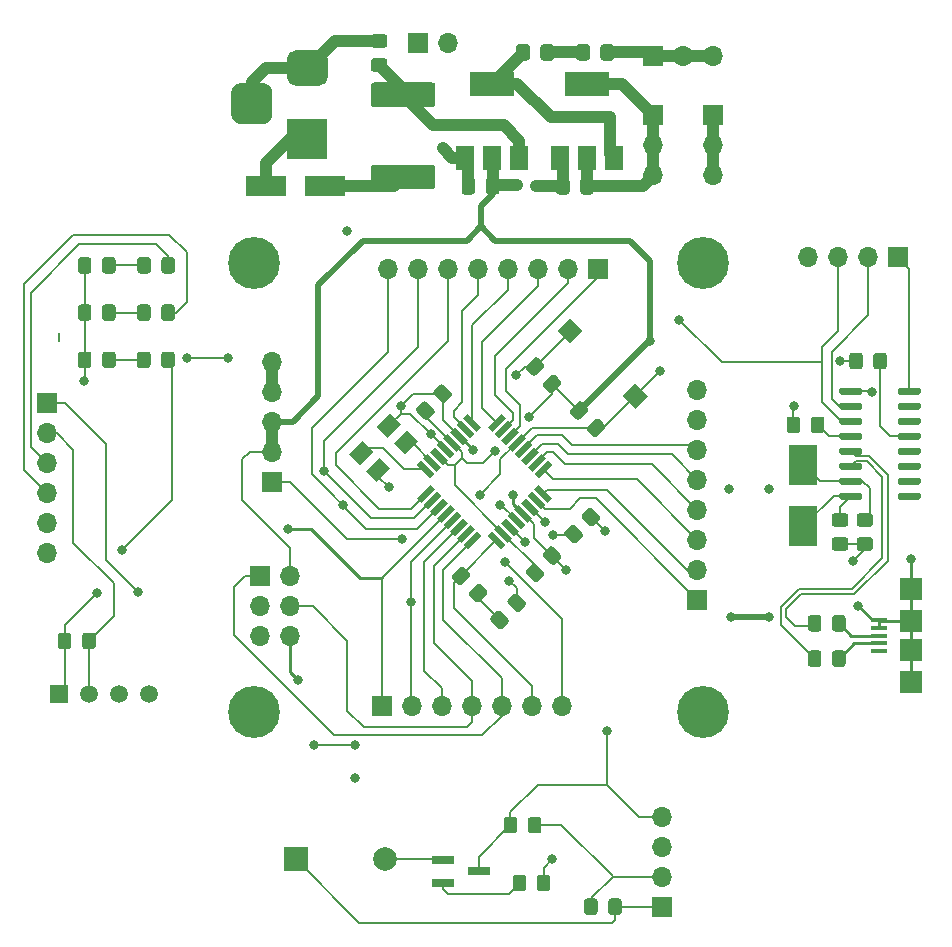
<source format=gbr>
%TF.GenerationSoftware,KiCad,Pcbnew,(5.1.6)-1*%
%TF.CreationDate,2020-10-25T22:56:54+03:00*%
%TF.ProjectId,modular-development-board,6d6f6475-6c61-4722-9d64-6576656c6f70,rev?*%
%TF.SameCoordinates,Original*%
%TF.FileFunction,Copper,L1,Top*%
%TF.FilePolarity,Positive*%
%FSLAX46Y46*%
G04 Gerber Fmt 4.6, Leading zero omitted, Abs format (unit mm)*
G04 Created by KiCad (PCBNEW (5.1.6)-1) date 2020-10-25 22:56:54*
%MOMM*%
%LPD*%
G01*
G04 APERTURE LIST*
%TA.AperFunction,SMDPad,CuDef*%
%ADD10R,1.500000X2.000000*%
%TD*%
%TA.AperFunction,SMDPad,CuDef*%
%ADD11R,3.800000X2.000000*%
%TD*%
%TA.AperFunction,ComponentPad*%
%ADD12R,1.700000X1.700000*%
%TD*%
%TA.AperFunction,ComponentPad*%
%ADD13O,1.700000X1.700000*%
%TD*%
%TA.AperFunction,ComponentPad*%
%ADD14R,1.500000X1.500000*%
%TD*%
%TA.AperFunction,ComponentPad*%
%ADD15C,1.500000*%
%TD*%
%TA.AperFunction,ComponentPad*%
%ADD16R,2.000000X2.000000*%
%TD*%
%TA.AperFunction,ComponentPad*%
%ADD17C,2.000000*%
%TD*%
%TA.AperFunction,SMDPad,CuDef*%
%ADD18R,3.500000X1.800000*%
%TD*%
%TA.AperFunction,ComponentPad*%
%ADD19R,3.500000X3.500000*%
%TD*%
%TA.AperFunction,SMDPad,CuDef*%
%ADD20R,1.900000X0.800000*%
%TD*%
%TA.AperFunction,SMDPad,CuDef*%
%ADD21C,0.100000*%
%TD*%
%TA.AperFunction,SMDPad,CuDef*%
%ADD22R,2.400000X3.500000*%
%TD*%
%TA.AperFunction,ComponentPad*%
%ADD23C,0.700000*%
%TD*%
%TA.AperFunction,ComponentPad*%
%ADD24C,4.400000*%
%TD*%
%TA.AperFunction,SMDPad,CuDef*%
%ADD25R,1.350000X0.400000*%
%TD*%
%TA.AperFunction,SMDPad,CuDef*%
%ADD26R,1.900000X1.900000*%
%TD*%
%TA.AperFunction,ViaPad*%
%ADD27C,0.800000*%
%TD*%
%TA.AperFunction,Conductor*%
%ADD28C,0.200000*%
%TD*%
%TA.AperFunction,Conductor*%
%ADD29C,1.000000*%
%TD*%
%TA.AperFunction,Conductor*%
%ADD30C,0.500000*%
%TD*%
%TA.AperFunction,Conductor*%
%ADD31C,0.250000*%
%TD*%
G04 APERTURE END LIST*
D10*
%TO.P,U3,1*%
%TO.N,GND*%
X77360400Y-48607200D03*
%TO.P,U3,3*%
%TO.N,+5V*%
X81960400Y-48607200D03*
%TO.P,U3,2*%
%TO.N,+3V3*%
X79660400Y-48607200D03*
D11*
X79660400Y-42307200D03*
%TD*%
D12*
%TO.P,J3,1*%
%TO.N,+3V3*%
X85304800Y-45000000D03*
D13*
%TO.P,J3,2*%
X85304800Y-47540000D03*
%TO.P,J3,3*%
X85304800Y-50080000D03*
%TD*%
%TO.P,J2,3*%
%TO.N,+5V*%
X90304800Y-50080000D03*
%TO.P,J2,2*%
X90304800Y-47540000D03*
D12*
%TO.P,J2,1*%
X90304800Y-45000000D03*
%TD*%
%TO.P,J4,1*%
%TO.N,GND*%
X85304800Y-40000000D03*
D13*
%TO.P,J4,2*%
X87844800Y-40000000D03*
%TO.P,J4,3*%
X90384800Y-40000000D03*
%TD*%
D14*
%TO.P,U5,1*%
%TO.N,+5V*%
X35000000Y-94000000D03*
D15*
%TO.P,U5,2*%
%TO.N,/DHT11*%
X37540000Y-94000000D03*
%TO.P,U5,3*%
%TO.N,Net-(U5-Pad3)*%
X40080000Y-94000000D03*
%TO.P,U5,4*%
%TO.N,GND*%
X42620000Y-94000000D03*
%TD*%
D16*
%TO.P,BZ1,1*%
%TO.N,+5V*%
X55000000Y-108000000D03*
D17*
%TO.P,BZ1,2*%
%TO.N,Net-(BZ1-Pad2)*%
X62600000Y-108000000D03*
%TD*%
%TO.P,C1,2*%
%TO.N,GND*%
%TA.AperFunction,SMDPad,CuDef*%
G36*
G01*
X79911612Y-79724785D02*
X79275215Y-79088388D01*
G75*
G02*
X79275215Y-78734836I176776J176776D01*
G01*
X79734836Y-78275215D01*
G75*
G02*
X80088388Y-78275215I176776J-176776D01*
G01*
X80724785Y-78911612D01*
G75*
G02*
X80724785Y-79265164I-176776J-176776D01*
G01*
X80265164Y-79724785D01*
G75*
G02*
X79911612Y-79724785I-176776J176776D01*
G01*
G37*
%TD.AperFunction*%
%TO.P,C1,1*%
%TO.N,/AREF*%
%TA.AperFunction,SMDPad,CuDef*%
G36*
G01*
X78462044Y-81174353D02*
X77825647Y-80537956D01*
G75*
G02*
X77825647Y-80184404I176776J176776D01*
G01*
X78285268Y-79724783D01*
G75*
G02*
X78638820Y-79724783I176776J-176776D01*
G01*
X79275217Y-80361180D01*
G75*
G02*
X79275217Y-80714732I-176776J-176776D01*
G01*
X78815596Y-81174353D01*
G75*
G02*
X78462044Y-81174353I-176776J176776D01*
G01*
G37*
%TD.AperFunction*%
%TD*%
%TO.P,C2,1*%
%TO.N,+5V*%
%TA.AperFunction,SMDPad,CuDef*%
G36*
G01*
X65911612Y-70724785D02*
X65275215Y-70088388D01*
G75*
G02*
X65275215Y-69734836I176776J176776D01*
G01*
X65734836Y-69275215D01*
G75*
G02*
X66088388Y-69275215I176776J-176776D01*
G01*
X66724785Y-69911612D01*
G75*
G02*
X66724785Y-70265164I-176776J-176776D01*
G01*
X66265164Y-70724785D01*
G75*
G02*
X65911612Y-70724785I-176776J176776D01*
G01*
G37*
%TD.AperFunction*%
%TO.P,C2,2*%
%TO.N,GND*%
%TA.AperFunction,SMDPad,CuDef*%
G36*
G01*
X67361180Y-69275217D02*
X66724783Y-68638820D01*
G75*
G02*
X66724783Y-68285268I176776J176776D01*
G01*
X67184404Y-67825647D01*
G75*
G02*
X67537956Y-67825647I176776J-176776D01*
G01*
X68174353Y-68462044D01*
G75*
G02*
X68174353Y-68815596I-176776J-176776D01*
G01*
X67714732Y-69275217D01*
G75*
G02*
X67361180Y-69275217I-176776J176776D01*
G01*
G37*
%TD.AperFunction*%
%TD*%
%TO.P,C3,1*%
%TO.N,+5V*%
%TA.AperFunction,SMDPad,CuDef*%
G36*
G01*
X77449569Y-67813172D02*
X76813172Y-68449569D01*
G75*
G02*
X76459620Y-68449569I-176776J176776D01*
G01*
X75999999Y-67989948D01*
G75*
G02*
X75999999Y-67636396I176776J176776D01*
G01*
X76636396Y-66999999D01*
G75*
G02*
X76989948Y-66999999I176776J-176776D01*
G01*
X77449569Y-67459620D01*
G75*
G02*
X77449569Y-67813172I-176776J-176776D01*
G01*
G37*
%TD.AperFunction*%
%TO.P,C3,2*%
%TO.N,GND*%
%TA.AperFunction,SMDPad,CuDef*%
G36*
G01*
X76000001Y-66363604D02*
X75363604Y-67000001D01*
G75*
G02*
X75010052Y-67000001I-176776J176776D01*
G01*
X74550431Y-66540380D01*
G75*
G02*
X74550431Y-66186828I176776J176776D01*
G01*
X75186828Y-65550431D01*
G75*
G02*
X75540380Y-65550431I176776J-176776D01*
G01*
X76000001Y-66010052D01*
G75*
G02*
X76000001Y-66363604I-176776J-176776D01*
G01*
G37*
%TD.AperFunction*%
%TD*%
%TO.P,C4,2*%
%TO.N,GND*%
%TA.AperFunction,SMDPad,CuDef*%
G36*
G01*
X76636396Y-83000001D02*
X75999999Y-82363604D01*
G75*
G02*
X75999999Y-82010052I176776J176776D01*
G01*
X76459620Y-81550431D01*
G75*
G02*
X76813172Y-81550431I176776J-176776D01*
G01*
X77449569Y-82186828D01*
G75*
G02*
X77449569Y-82540380I-176776J-176776D01*
G01*
X76989948Y-83000001D01*
G75*
G02*
X76636396Y-83000001I-176776J176776D01*
G01*
G37*
%TD.AperFunction*%
%TO.P,C4,1*%
%TO.N,+5V*%
%TA.AperFunction,SMDPad,CuDef*%
G36*
G01*
X75186828Y-84449569D02*
X74550431Y-83813172D01*
G75*
G02*
X74550431Y-83459620I176776J176776D01*
G01*
X75010052Y-82999999D01*
G75*
G02*
X75363604Y-82999999I176776J-176776D01*
G01*
X76000001Y-83636396D01*
G75*
G02*
X76000001Y-83989948I-176776J-176776D01*
G01*
X75540380Y-84449569D01*
G75*
G02*
X75186828Y-84449569I-176776J176776D01*
G01*
G37*
%TD.AperFunction*%
%TD*%
%TO.P,C5,1*%
%TO.N,VCC*%
%TA.AperFunction,SMDPad,CuDef*%
G36*
G01*
X62527601Y-41316600D02*
X61627599Y-41316600D01*
G75*
G02*
X61377600Y-41066601I0J249999D01*
G01*
X61377600Y-40416599D01*
G75*
G02*
X61627599Y-40166600I249999J0D01*
G01*
X62527601Y-40166600D01*
G75*
G02*
X62777600Y-40416599I0J-249999D01*
G01*
X62777600Y-41066601D01*
G75*
G02*
X62527601Y-41316600I-249999J0D01*
G01*
G37*
%TD.AperFunction*%
%TO.P,C5,2*%
%TO.N,GND*%
%TA.AperFunction,SMDPad,CuDef*%
G36*
G01*
X62527601Y-39266600D02*
X61627599Y-39266600D01*
G75*
G02*
X61377600Y-39016601I0J249999D01*
G01*
X61377600Y-38366599D01*
G75*
G02*
X61627599Y-38116600I249999J0D01*
G01*
X62527601Y-38116600D01*
G75*
G02*
X62777600Y-38366599I0J-249999D01*
G01*
X62777600Y-39016601D01*
G75*
G02*
X62527601Y-39266600I-249999J0D01*
G01*
G37*
%TD.AperFunction*%
%TD*%
%TO.P,C6,2*%
%TO.N,GND*%
%TA.AperFunction,SMDPad,CuDef*%
G36*
G01*
X70210400Y-50549999D02*
X70210400Y-51450001D01*
G75*
G02*
X69960401Y-51700000I-249999J0D01*
G01*
X69310399Y-51700000D01*
G75*
G02*
X69060400Y-51450001I0J249999D01*
G01*
X69060400Y-50549999D01*
G75*
G02*
X69310399Y-50300000I249999J0D01*
G01*
X69960401Y-50300000D01*
G75*
G02*
X70210400Y-50549999I0J-249999D01*
G01*
G37*
%TD.AperFunction*%
%TO.P,C6,1*%
%TO.N,+5V*%
%TA.AperFunction,SMDPad,CuDef*%
G36*
G01*
X72260400Y-50549999D02*
X72260400Y-51450001D01*
G75*
G02*
X72010401Y-51700000I-249999J0D01*
G01*
X71360399Y-51700000D01*
G75*
G02*
X71110400Y-51450001I0J249999D01*
G01*
X71110400Y-50549999D01*
G75*
G02*
X71360399Y-50300000I249999J0D01*
G01*
X72010401Y-50300000D01*
G75*
G02*
X72260400Y-50549999I0J-249999D01*
G01*
G37*
%TD.AperFunction*%
%TD*%
%TO.P,C7,1*%
%TO.N,+3V3*%
%TA.AperFunction,SMDPad,CuDef*%
G36*
G01*
X80260400Y-50549999D02*
X80260400Y-51450001D01*
G75*
G02*
X80010401Y-51700000I-249999J0D01*
G01*
X79360399Y-51700000D01*
G75*
G02*
X79110400Y-51450001I0J249999D01*
G01*
X79110400Y-50549999D01*
G75*
G02*
X79360399Y-50300000I249999J0D01*
G01*
X80010401Y-50300000D01*
G75*
G02*
X80260400Y-50549999I0J-249999D01*
G01*
G37*
%TD.AperFunction*%
%TO.P,C7,2*%
%TO.N,GND*%
%TA.AperFunction,SMDPad,CuDef*%
G36*
G01*
X78210400Y-50549999D02*
X78210400Y-51450001D01*
G75*
G02*
X77960401Y-51700000I-249999J0D01*
G01*
X77310399Y-51700000D01*
G75*
G02*
X77060400Y-51450001I0J249999D01*
G01*
X77060400Y-50549999D01*
G75*
G02*
X77310399Y-50300000I249999J0D01*
G01*
X77960401Y-50300000D01*
G75*
G02*
X78210400Y-50549999I0J-249999D01*
G01*
G37*
%TD.AperFunction*%
%TD*%
%TO.P,C8,2*%
%TO.N,GND*%
%TA.AperFunction,SMDPad,CuDef*%
G36*
G01*
X97725000Y-70749999D02*
X97725000Y-71650001D01*
G75*
G02*
X97475001Y-71900000I-249999J0D01*
G01*
X96824999Y-71900000D01*
G75*
G02*
X96575000Y-71650001I0J249999D01*
G01*
X96575000Y-70749999D01*
G75*
G02*
X96824999Y-70500000I249999J0D01*
G01*
X97475001Y-70500000D01*
G75*
G02*
X97725000Y-70749999I0J-249999D01*
G01*
G37*
%TD.AperFunction*%
%TO.P,C8,1*%
%TO.N,Net-(C8-Pad1)*%
%TA.AperFunction,SMDPad,CuDef*%
G36*
G01*
X99775000Y-70749999D02*
X99775000Y-71650001D01*
G75*
G02*
X99525001Y-71900000I-249999J0D01*
G01*
X98874999Y-71900000D01*
G75*
G02*
X98625000Y-71650001I0J249999D01*
G01*
X98625000Y-70749999D01*
G75*
G02*
X98874999Y-70500000I249999J0D01*
G01*
X99525001Y-70500000D01*
G75*
G02*
X99775000Y-70749999I0J-249999D01*
G01*
G37*
%TD.AperFunction*%
%TD*%
%TO.P,C9,1*%
%TO.N,/RESET*%
%TA.AperFunction,SMDPad,CuDef*%
G36*
G01*
X101875000Y-66250001D02*
X101875000Y-65349999D01*
G75*
G02*
X102124999Y-65100000I249999J0D01*
G01*
X102775001Y-65100000D01*
G75*
G02*
X103025000Y-65349999I0J-249999D01*
G01*
X103025000Y-66250001D01*
G75*
G02*
X102775001Y-66500000I-249999J0D01*
G01*
X102124999Y-66500000D01*
G75*
G02*
X101875000Y-66250001I0J249999D01*
G01*
G37*
%TD.AperFunction*%
%TO.P,C9,2*%
%TO.N,Net-(C9-Pad2)*%
%TA.AperFunction,SMDPad,CuDef*%
G36*
G01*
X103925000Y-66250001D02*
X103925000Y-65349999D01*
G75*
G02*
X104174999Y-65100000I249999J0D01*
G01*
X104825001Y-65100000D01*
G75*
G02*
X105075000Y-65349999I0J-249999D01*
G01*
X105075000Y-66250001D01*
G75*
G02*
X104825001Y-66500000I-249999J0D01*
G01*
X104174999Y-66500000D01*
G75*
G02*
X103925000Y-66250001I0J249999D01*
G01*
G37*
%TD.AperFunction*%
%TD*%
%TO.P,C10,1*%
%TO.N,/XI*%
%TA.AperFunction,SMDPad,CuDef*%
G36*
G01*
X102749999Y-78675000D02*
X103650001Y-78675000D01*
G75*
G02*
X103900000Y-78924999I0J-249999D01*
G01*
X103900000Y-79575001D01*
G75*
G02*
X103650001Y-79825000I-249999J0D01*
G01*
X102749999Y-79825000D01*
G75*
G02*
X102500000Y-79575001I0J249999D01*
G01*
X102500000Y-78924999D01*
G75*
G02*
X102749999Y-78675000I249999J0D01*
G01*
G37*
%TD.AperFunction*%
%TO.P,C10,2*%
%TO.N,GND*%
%TA.AperFunction,SMDPad,CuDef*%
G36*
G01*
X102749999Y-80725000D02*
X103650001Y-80725000D01*
G75*
G02*
X103900000Y-80974999I0J-249999D01*
G01*
X103900000Y-81625001D01*
G75*
G02*
X103650001Y-81875000I-249999J0D01*
G01*
X102749999Y-81875000D01*
G75*
G02*
X102500000Y-81625001I0J249999D01*
G01*
X102500000Y-80974999D01*
G75*
G02*
X102749999Y-80725000I249999J0D01*
G01*
G37*
%TD.AperFunction*%
%TD*%
%TO.P,C11,2*%
%TO.N,GND*%
%TA.AperFunction,SMDPad,CuDef*%
G36*
G01*
X100649999Y-80725000D02*
X101550001Y-80725000D01*
G75*
G02*
X101800000Y-80974999I0J-249999D01*
G01*
X101800000Y-81625001D01*
G75*
G02*
X101550001Y-81875000I-249999J0D01*
G01*
X100649999Y-81875000D01*
G75*
G02*
X100400000Y-81625001I0J249999D01*
G01*
X100400000Y-80974999D01*
G75*
G02*
X100649999Y-80725000I249999J0D01*
G01*
G37*
%TD.AperFunction*%
%TO.P,C11,1*%
%TO.N,/XO*%
%TA.AperFunction,SMDPad,CuDef*%
G36*
G01*
X100649999Y-78675000D02*
X101550001Y-78675000D01*
G75*
G02*
X101800000Y-78924999I0J-249999D01*
G01*
X101800000Y-79575001D01*
G75*
G02*
X101550001Y-79825000I-249999J0D01*
G01*
X100649999Y-79825000D01*
G75*
G02*
X100400000Y-79575001I0J249999D01*
G01*
X100400000Y-78924999D01*
G75*
G02*
X100649999Y-78675000I249999J0D01*
G01*
G37*
%TD.AperFunction*%
%TD*%
D18*
%TO.P,D1,1*%
%TO.N,Net-(D1-Pad1)*%
X57500000Y-51000000D03*
%TO.P,D1,2*%
%TO.N,Net-(D1-Pad2)*%
X52500000Y-51000000D03*
%TD*%
%TO.P,D2,1*%
%TO.N,GND*%
%TA.AperFunction,SMDPad,CuDef*%
G36*
G01*
X73813172Y-85550431D02*
X74449569Y-86186828D01*
G75*
G02*
X74449569Y-86540380I-176776J-176776D01*
G01*
X73989948Y-87000001D01*
G75*
G02*
X73636396Y-87000001I-176776J176776D01*
G01*
X72999999Y-86363604D01*
G75*
G02*
X72999999Y-86010052I176776J176776D01*
G01*
X73459620Y-85550431D01*
G75*
G02*
X73813172Y-85550431I176776J-176776D01*
G01*
G37*
%TD.AperFunction*%
%TO.P,D2,2*%
%TO.N,Net-(D2-Pad2)*%
%TA.AperFunction,SMDPad,CuDef*%
G36*
G01*
X72363604Y-86999999D02*
X73000001Y-87636396D01*
G75*
G02*
X73000001Y-87989948I-176776J-176776D01*
G01*
X72540380Y-88449569D01*
G75*
G02*
X72186828Y-88449569I-176776J176776D01*
G01*
X71550431Y-87813172D01*
G75*
G02*
X71550431Y-87459620I176776J176776D01*
G01*
X72010052Y-86999999D01*
G75*
G02*
X72363604Y-86999999I176776J-176776D01*
G01*
G37*
%TD.AperFunction*%
%TD*%
%TO.P,D3,1*%
%TO.N,Net-(D3-Pad1)*%
%TA.AperFunction,SMDPad,CuDef*%
G36*
G01*
X76885600Y-39224799D02*
X76885600Y-40124801D01*
G75*
G02*
X76635601Y-40374800I-249999J0D01*
G01*
X75985599Y-40374800D01*
G75*
G02*
X75735600Y-40124801I0J249999D01*
G01*
X75735600Y-39224799D01*
G75*
G02*
X75985599Y-38974800I249999J0D01*
G01*
X76635601Y-38974800D01*
G75*
G02*
X76885600Y-39224799I0J-249999D01*
G01*
G37*
%TD.AperFunction*%
%TO.P,D3,2*%
%TO.N,+5V*%
%TA.AperFunction,SMDPad,CuDef*%
G36*
G01*
X74835600Y-39224799D02*
X74835600Y-40124801D01*
G75*
G02*
X74585601Y-40374800I-249999J0D01*
G01*
X73935599Y-40374800D01*
G75*
G02*
X73685600Y-40124801I0J249999D01*
G01*
X73685600Y-39224799D01*
G75*
G02*
X73935599Y-38974800I249999J0D01*
G01*
X74585601Y-38974800D01*
G75*
G02*
X74835600Y-39224799I0J-249999D01*
G01*
G37*
%TD.AperFunction*%
%TD*%
%TO.P,D4,1*%
%TO.N,GND*%
%TA.AperFunction,SMDPad,CuDef*%
G36*
G01*
X36575000Y-58150001D02*
X36575000Y-57249999D01*
G75*
G02*
X36824999Y-57000000I249999J0D01*
G01*
X37475001Y-57000000D01*
G75*
G02*
X37725000Y-57249999I0J-249999D01*
G01*
X37725000Y-58150001D01*
G75*
G02*
X37475001Y-58400000I-249999J0D01*
G01*
X36824999Y-58400000D01*
G75*
G02*
X36575000Y-58150001I0J249999D01*
G01*
G37*
%TD.AperFunction*%
%TO.P,D4,2*%
%TO.N,Net-(D4-Pad2)*%
%TA.AperFunction,SMDPad,CuDef*%
G36*
G01*
X38625000Y-58150001D02*
X38625000Y-57249999D01*
G75*
G02*
X38874999Y-57000000I249999J0D01*
G01*
X39525001Y-57000000D01*
G75*
G02*
X39775000Y-57249999I0J-249999D01*
G01*
X39775000Y-58150001D01*
G75*
G02*
X39525001Y-58400000I-249999J0D01*
G01*
X38874999Y-58400000D01*
G75*
G02*
X38625000Y-58150001I0J249999D01*
G01*
G37*
%TD.AperFunction*%
%TD*%
%TO.P,D5,2*%
%TO.N,Net-(D5-Pad2)*%
%TA.AperFunction,SMDPad,CuDef*%
G36*
G01*
X38625000Y-62150001D02*
X38625000Y-61249999D01*
G75*
G02*
X38874999Y-61000000I249999J0D01*
G01*
X39525001Y-61000000D01*
G75*
G02*
X39775000Y-61249999I0J-249999D01*
G01*
X39775000Y-62150001D01*
G75*
G02*
X39525001Y-62400000I-249999J0D01*
G01*
X38874999Y-62400000D01*
G75*
G02*
X38625000Y-62150001I0J249999D01*
G01*
G37*
%TD.AperFunction*%
%TO.P,D5,1*%
%TO.N,GND*%
%TA.AperFunction,SMDPad,CuDef*%
G36*
G01*
X36575000Y-62150001D02*
X36575000Y-61249999D01*
G75*
G02*
X36824999Y-61000000I249999J0D01*
G01*
X37475001Y-61000000D01*
G75*
G02*
X37725000Y-61249999I0J-249999D01*
G01*
X37725000Y-62150001D01*
G75*
G02*
X37475001Y-62400000I-249999J0D01*
G01*
X36824999Y-62400000D01*
G75*
G02*
X36575000Y-62150001I0J249999D01*
G01*
G37*
%TD.AperFunction*%
%TD*%
%TO.P,D6,2*%
%TO.N,Net-(D6-Pad2)*%
%TA.AperFunction,SMDPad,CuDef*%
G36*
G01*
X38625000Y-66150001D02*
X38625000Y-65249999D01*
G75*
G02*
X38874999Y-65000000I249999J0D01*
G01*
X39525001Y-65000000D01*
G75*
G02*
X39775000Y-65249999I0J-249999D01*
G01*
X39775000Y-66150001D01*
G75*
G02*
X39525001Y-66400000I-249999J0D01*
G01*
X38874999Y-66400000D01*
G75*
G02*
X38625000Y-66150001I0J249999D01*
G01*
G37*
%TD.AperFunction*%
%TO.P,D6,1*%
%TO.N,GND*%
%TA.AperFunction,SMDPad,CuDef*%
G36*
G01*
X36575000Y-66150001D02*
X36575000Y-65249999D01*
G75*
G02*
X36824999Y-65000000I249999J0D01*
G01*
X37475001Y-65000000D01*
G75*
G02*
X37725000Y-65249999I0J-249999D01*
G01*
X37725000Y-66150001D01*
G75*
G02*
X37475001Y-66400000I-249999J0D01*
G01*
X36824999Y-66400000D01*
G75*
G02*
X36575000Y-66150001I0J249999D01*
G01*
G37*
%TD.AperFunction*%
%TD*%
%TO.P,F1,1*%
%TO.N,VCC*%
%TA.AperFunction,SMDPad,CuDef*%
G36*
G01*
X61634600Y-42211000D02*
X66584600Y-42211000D01*
G75*
G02*
X66834600Y-42461000I0J-250000D01*
G01*
X66834600Y-44061000D01*
G75*
G02*
X66584600Y-44311000I-250000J0D01*
G01*
X61634600Y-44311000D01*
G75*
G02*
X61384600Y-44061000I0J250000D01*
G01*
X61384600Y-42461000D01*
G75*
G02*
X61634600Y-42211000I250000J0D01*
G01*
G37*
%TD.AperFunction*%
%TO.P,F1,2*%
%TO.N,Net-(D1-Pad1)*%
%TA.AperFunction,SMDPad,CuDef*%
G36*
G01*
X61634600Y-49161000D02*
X66584600Y-49161000D01*
G75*
G02*
X66834600Y-49411000I0J-250000D01*
G01*
X66834600Y-51011000D01*
G75*
G02*
X66584600Y-51261000I-250000J0D01*
G01*
X61634600Y-51261000D01*
G75*
G02*
X61384600Y-51011000I0J250000D01*
G01*
X61384600Y-49411000D01*
G75*
G02*
X61634600Y-49161000I250000J0D01*
G01*
G37*
%TD.AperFunction*%
%TD*%
D19*
%TO.P,J1,1*%
%TO.N,Net-(D1-Pad2)*%
X56000000Y-47000000D03*
%TO.P,J1,2*%
%TO.N,GND*%
%TA.AperFunction,ComponentPad*%
G36*
G01*
X55000000Y-39500000D02*
X57000000Y-39500000D01*
G75*
G02*
X57750000Y-40250000I0J-750000D01*
G01*
X57750000Y-41750000D01*
G75*
G02*
X57000000Y-42500000I-750000J0D01*
G01*
X55000000Y-42500000D01*
G75*
G02*
X54250000Y-41750000I0J750000D01*
G01*
X54250000Y-40250000D01*
G75*
G02*
X55000000Y-39500000I750000J0D01*
G01*
G37*
%TD.AperFunction*%
%TO.P,J1,3*%
%TA.AperFunction,ComponentPad*%
G36*
G01*
X50425000Y-42250000D02*
X52175000Y-42250000D01*
G75*
G02*
X53050000Y-43125000I0J-875000D01*
G01*
X53050000Y-44875000D01*
G75*
G02*
X52175000Y-45750000I-875000J0D01*
G01*
X50425000Y-45750000D01*
G75*
G02*
X49550000Y-44875000I0J875000D01*
G01*
X49550000Y-43125000D01*
G75*
G02*
X50425000Y-42250000I875000J0D01*
G01*
G37*
%TD.AperFunction*%
%TD*%
D12*
%TO.P,J5,1*%
%TO.N,/D0*%
X80620000Y-58000000D03*
D13*
%TO.P,J5,2*%
%TO.N,/D1*%
X78080000Y-58000000D03*
%TO.P,J5,3*%
%TO.N,/D2*%
X75540000Y-58000000D03*
%TO.P,J5,4*%
%TO.N,/D3*%
X73000000Y-58000000D03*
%TO.P,J5,5*%
%TO.N,/D4*%
X70460000Y-58000000D03*
%TO.P,J5,6*%
%TO.N,/D5*%
X67920000Y-58000000D03*
%TO.P,J5,7*%
%TO.N,/D6*%
X65380000Y-58000000D03*
%TO.P,J5,8*%
%TO.N,/D7*%
X62840000Y-58000000D03*
%TD*%
D12*
%TO.P,J6,1*%
%TO.N,/D8*%
X62300000Y-95000000D03*
D13*
%TO.P,J6,2*%
%TO.N,/D9*%
X64840000Y-95000000D03*
%TO.P,J6,3*%
%TO.N,/D10*%
X67380000Y-95000000D03*
%TO.P,J6,4*%
%TO.N,/D11*%
X69920000Y-95000000D03*
%TO.P,J6,5*%
%TO.N,/D12*%
X72460000Y-95000000D03*
%TO.P,J6,6*%
%TO.N,/D13*%
X75000000Y-95000000D03*
%TO.P,J6,7*%
%TO.N,/RESET*%
X77540000Y-95000000D03*
%TD*%
%TO.P,J7,8*%
%TO.N,/A7*%
X89000000Y-68220000D03*
%TO.P,J7,7*%
%TO.N,/A6*%
X89000000Y-70760000D03*
%TO.P,J7,6*%
%TO.N,/A5*%
X89000000Y-73300000D03*
%TO.P,J7,5*%
%TO.N,/A4*%
X89000000Y-75840000D03*
%TO.P,J7,4*%
%TO.N,/A3*%
X89000000Y-78380000D03*
%TO.P,J7,3*%
%TO.N,/A2*%
X89000000Y-80920000D03*
%TO.P,J7,2*%
%TO.N,/A1*%
X89000000Y-83460000D03*
D12*
%TO.P,J7,1*%
%TO.N,/A0*%
X89000000Y-86000000D03*
%TD*%
%TO.P,J8,1*%
%TO.N,/AREF*%
X53000000Y-76000000D03*
D13*
%TO.P,J8,2*%
%TO.N,+5V*%
X53000000Y-73460000D03*
%TO.P,J8,3*%
X53000000Y-70920000D03*
%TO.P,J8,4*%
%TO.N,GND*%
X53000000Y-68380000D03*
%TO.P,J8,5*%
X53000000Y-65840000D03*
%TD*%
D12*
%TO.P,J9,1*%
%TO.N,/D12*%
X52000000Y-84000000D03*
D13*
%TO.P,J9,2*%
%TO.N,+5V*%
X54540000Y-84000000D03*
%TO.P,J9,3*%
%TO.N,/D13*%
X52000000Y-86540000D03*
%TO.P,J9,4*%
%TO.N,/D11*%
X54540000Y-86540000D03*
%TO.P,J9,5*%
%TO.N,/RESET*%
X52000000Y-89080000D03*
%TO.P,J9,6*%
%TO.N,GND*%
X54540000Y-89080000D03*
%TD*%
D12*
%TO.P,J10,1*%
%TO.N,+5V*%
X34000000Y-69380000D03*
D13*
%TO.P,J10,2*%
%TO.N,/DHT11*%
X34000000Y-71920000D03*
%TO.P,J10,3*%
%TO.N,/LED_G*%
X34000000Y-74460000D03*
%TO.P,J10,4*%
%TO.N,/LED_Y*%
X34000000Y-77000000D03*
%TO.P,J10,5*%
%TO.N,/LED_R*%
X34000000Y-79540000D03*
%TO.P,J10,6*%
%TO.N,GND*%
X34000000Y-82080000D03*
%TD*%
D12*
%TO.P,J11,1*%
%TO.N,+5V*%
X86000000Y-112000000D03*
D13*
%TO.P,J11,2*%
%TO.N,/LIGHT*%
X86000000Y-109460000D03*
%TO.P,J11,3*%
%TO.N,/BUZZER*%
X86000000Y-106920000D03*
%TO.P,J11,4*%
%TO.N,GND*%
X86000000Y-104380000D03*
%TD*%
%TO.P,Q1,1*%
%TO.N,/LIGHT*%
%TA.AperFunction,SMDPad,CuDef*%
G36*
G01*
X75825000Y-104649999D02*
X75825000Y-105550001D01*
G75*
G02*
X75575001Y-105800000I-249999J0D01*
G01*
X74924999Y-105800000D01*
G75*
G02*
X74675000Y-105550001I0J249999D01*
G01*
X74675000Y-104649999D01*
G75*
G02*
X74924999Y-104400000I249999J0D01*
G01*
X75575001Y-104400000D01*
G75*
G02*
X75825000Y-104649999I0J-249999D01*
G01*
G37*
%TD.AperFunction*%
%TO.P,Q1,2*%
%TO.N,GND*%
%TA.AperFunction,SMDPad,CuDef*%
G36*
G01*
X73775000Y-104649999D02*
X73775000Y-105550001D01*
G75*
G02*
X73525001Y-105800000I-249999J0D01*
G01*
X72874999Y-105800000D01*
G75*
G02*
X72625000Y-105550001I0J249999D01*
G01*
X72625000Y-104649999D01*
G75*
G02*
X72874999Y-104400000I249999J0D01*
G01*
X73525001Y-104400000D01*
G75*
G02*
X73775000Y-104649999I0J-249999D01*
G01*
G37*
%TD.AperFunction*%
%TD*%
D20*
%TO.P,Q2,1*%
%TO.N,Net-(BZ1-Pad2)*%
X67500000Y-108050000D03*
%TO.P,Q2,2*%
%TO.N,Net-(Q2-Pad2)*%
X67500000Y-109950000D03*
%TO.P,Q2,3*%
%TO.N,GND*%
X70500000Y-109000000D03*
%TD*%
%TO.P,R1,1*%
%TO.N,Net-(D2-Pad2)*%
%TA.AperFunction,SMDPad,CuDef*%
G36*
G01*
X71174353Y-85537956D02*
X70537956Y-86174353D01*
G75*
G02*
X70184404Y-86174353I-176776J176776D01*
G01*
X69724783Y-85714732D01*
G75*
G02*
X69724783Y-85361180I176776J176776D01*
G01*
X70361180Y-84724783D01*
G75*
G02*
X70714732Y-84724783I176776J-176776D01*
G01*
X71174353Y-85184404D01*
G75*
G02*
X71174353Y-85537956I-176776J-176776D01*
G01*
G37*
%TD.AperFunction*%
%TO.P,R1,2*%
%TO.N,/D13*%
%TA.AperFunction,SMDPad,CuDef*%
G36*
G01*
X69724785Y-84088388D02*
X69088388Y-84724785D01*
G75*
G02*
X68734836Y-84724785I-176776J176776D01*
G01*
X68275215Y-84265164D01*
G75*
G02*
X68275215Y-83911612I176776J176776D01*
G01*
X68911612Y-83275215D01*
G75*
G02*
X69265164Y-83275215I176776J-176776D01*
G01*
X69724785Y-83734836D01*
G75*
G02*
X69724785Y-84088388I-176776J-176776D01*
G01*
G37*
%TD.AperFunction*%
%TD*%
%TO.P,R2,2*%
%TO.N,/RESET*%
%TA.AperFunction,SMDPad,CuDef*%
G36*
G01*
X79724783Y-71361180D02*
X80361180Y-70724783D01*
G75*
G02*
X80714732Y-70724783I176776J-176776D01*
G01*
X81174353Y-71184404D01*
G75*
G02*
X81174353Y-71537956I-176776J-176776D01*
G01*
X80537956Y-72174353D01*
G75*
G02*
X80184404Y-72174353I-176776J176776D01*
G01*
X79724783Y-71714732D01*
G75*
G02*
X79724783Y-71361180I176776J176776D01*
G01*
G37*
%TD.AperFunction*%
%TO.P,R2,1*%
%TO.N,+5V*%
%TA.AperFunction,SMDPad,CuDef*%
G36*
G01*
X78275215Y-69911612D02*
X78911612Y-69275215D01*
G75*
G02*
X79265164Y-69275215I176776J-176776D01*
G01*
X79724785Y-69734836D01*
G75*
G02*
X79724785Y-70088388I-176776J-176776D01*
G01*
X79088388Y-70724785D01*
G75*
G02*
X78734836Y-70724785I-176776J176776D01*
G01*
X78275215Y-70265164D01*
G75*
G02*
X78275215Y-69911612I176776J176776D01*
G01*
G37*
%TD.AperFunction*%
%TD*%
%TO.P,R3,1*%
%TO.N,GND*%
%TA.AperFunction,SMDPad,CuDef*%
G36*
G01*
X81965600Y-39224799D02*
X81965600Y-40124801D01*
G75*
G02*
X81715601Y-40374800I-249999J0D01*
G01*
X81065599Y-40374800D01*
G75*
G02*
X80815600Y-40124801I0J249999D01*
G01*
X80815600Y-39224799D01*
G75*
G02*
X81065599Y-38974800I249999J0D01*
G01*
X81715601Y-38974800D01*
G75*
G02*
X81965600Y-39224799I0J-249999D01*
G01*
G37*
%TD.AperFunction*%
%TO.P,R3,2*%
%TO.N,Net-(D3-Pad1)*%
%TA.AperFunction,SMDPad,CuDef*%
G36*
G01*
X79915600Y-39224799D02*
X79915600Y-40124801D01*
G75*
G02*
X79665601Y-40374800I-249999J0D01*
G01*
X79015599Y-40374800D01*
G75*
G02*
X78765600Y-40124801I0J249999D01*
G01*
X78765600Y-39224799D01*
G75*
G02*
X79015599Y-38974800I249999J0D01*
G01*
X79665601Y-38974800D01*
G75*
G02*
X79915600Y-39224799I0J-249999D01*
G01*
G37*
%TD.AperFunction*%
%TD*%
%TO.P,R4,2*%
%TO.N,Net-(J12-Pad3)*%
%TA.AperFunction,SMDPad,CuDef*%
G36*
G01*
X100425000Y-88450001D02*
X100425000Y-87549999D01*
G75*
G02*
X100674999Y-87300000I249999J0D01*
G01*
X101325001Y-87300000D01*
G75*
G02*
X101575000Y-87549999I0J-249999D01*
G01*
X101575000Y-88450001D01*
G75*
G02*
X101325001Y-88700000I-249999J0D01*
G01*
X100674999Y-88700000D01*
G75*
G02*
X100425000Y-88450001I0J249999D01*
G01*
G37*
%TD.AperFunction*%
%TO.P,R4,1*%
%TO.N,/D+*%
%TA.AperFunction,SMDPad,CuDef*%
G36*
G01*
X98375000Y-88450001D02*
X98375000Y-87549999D01*
G75*
G02*
X98624999Y-87300000I249999J0D01*
G01*
X99275001Y-87300000D01*
G75*
G02*
X99525000Y-87549999I0J-249999D01*
G01*
X99525000Y-88450001D01*
G75*
G02*
X99275001Y-88700000I-249999J0D01*
G01*
X98624999Y-88700000D01*
G75*
G02*
X98375000Y-88450001I0J249999D01*
G01*
G37*
%TD.AperFunction*%
%TD*%
%TO.P,R5,2*%
%TO.N,Net-(J12-Pad2)*%
%TA.AperFunction,SMDPad,CuDef*%
G36*
G01*
X100425000Y-91450001D02*
X100425000Y-90549999D01*
G75*
G02*
X100674999Y-90300000I249999J0D01*
G01*
X101325001Y-90300000D01*
G75*
G02*
X101575000Y-90549999I0J-249999D01*
G01*
X101575000Y-91450001D01*
G75*
G02*
X101325001Y-91700000I-249999J0D01*
G01*
X100674999Y-91700000D01*
G75*
G02*
X100425000Y-91450001I0J249999D01*
G01*
G37*
%TD.AperFunction*%
%TO.P,R5,1*%
%TO.N,/D-*%
%TA.AperFunction,SMDPad,CuDef*%
G36*
G01*
X98375000Y-91450001D02*
X98375000Y-90549999D01*
G75*
G02*
X98624999Y-90300000I249999J0D01*
G01*
X99275001Y-90300000D01*
G75*
G02*
X99525000Y-90549999I0J-249999D01*
G01*
X99525000Y-91450001D01*
G75*
G02*
X99275001Y-91700000I-249999J0D01*
G01*
X98624999Y-91700000D01*
G75*
G02*
X98375000Y-91450001I0J249999D01*
G01*
G37*
%TD.AperFunction*%
%TD*%
%TO.P,R6,1*%
%TO.N,+5V*%
%TA.AperFunction,SMDPad,CuDef*%
G36*
G01*
X82625000Y-111549999D02*
X82625000Y-112450001D01*
G75*
G02*
X82375001Y-112700000I-249999J0D01*
G01*
X81724999Y-112700000D01*
G75*
G02*
X81475000Y-112450001I0J249999D01*
G01*
X81475000Y-111549999D01*
G75*
G02*
X81724999Y-111300000I249999J0D01*
G01*
X82375001Y-111300000D01*
G75*
G02*
X82625000Y-111549999I0J-249999D01*
G01*
G37*
%TD.AperFunction*%
%TO.P,R6,2*%
%TO.N,/LIGHT*%
%TA.AperFunction,SMDPad,CuDef*%
G36*
G01*
X80575000Y-111549999D02*
X80575000Y-112450001D01*
G75*
G02*
X80325001Y-112700000I-249999J0D01*
G01*
X79674999Y-112700000D01*
G75*
G02*
X79425000Y-112450001I0J249999D01*
G01*
X79425000Y-111549999D01*
G75*
G02*
X79674999Y-111300000I249999J0D01*
G01*
X80325001Y-111300000D01*
G75*
G02*
X80575000Y-111549999I0J-249999D01*
G01*
G37*
%TD.AperFunction*%
%TD*%
%TO.P,R7,1*%
%TO.N,Net-(D4-Pad2)*%
%TA.AperFunction,SMDPad,CuDef*%
G36*
G01*
X41600000Y-58150001D02*
X41600000Y-57249999D01*
G75*
G02*
X41849999Y-57000000I249999J0D01*
G01*
X42500001Y-57000000D01*
G75*
G02*
X42750000Y-57249999I0J-249999D01*
G01*
X42750000Y-58150001D01*
G75*
G02*
X42500001Y-58400000I-249999J0D01*
G01*
X41849999Y-58400000D01*
G75*
G02*
X41600000Y-58150001I0J249999D01*
G01*
G37*
%TD.AperFunction*%
%TO.P,R7,2*%
%TO.N,/LED_G*%
%TA.AperFunction,SMDPad,CuDef*%
G36*
G01*
X43650000Y-58150001D02*
X43650000Y-57249999D01*
G75*
G02*
X43899999Y-57000000I249999J0D01*
G01*
X44550001Y-57000000D01*
G75*
G02*
X44800000Y-57249999I0J-249999D01*
G01*
X44800000Y-58150001D01*
G75*
G02*
X44550001Y-58400000I-249999J0D01*
G01*
X43899999Y-58400000D01*
G75*
G02*
X43650000Y-58150001I0J249999D01*
G01*
G37*
%TD.AperFunction*%
%TD*%
%TO.P,R8,2*%
%TO.N,/LED_Y*%
%TA.AperFunction,SMDPad,CuDef*%
G36*
G01*
X43625000Y-62150001D02*
X43625000Y-61249999D01*
G75*
G02*
X43874999Y-61000000I249999J0D01*
G01*
X44525001Y-61000000D01*
G75*
G02*
X44775000Y-61249999I0J-249999D01*
G01*
X44775000Y-62150001D01*
G75*
G02*
X44525001Y-62400000I-249999J0D01*
G01*
X43874999Y-62400000D01*
G75*
G02*
X43625000Y-62150001I0J249999D01*
G01*
G37*
%TD.AperFunction*%
%TO.P,R8,1*%
%TO.N,Net-(D5-Pad2)*%
%TA.AperFunction,SMDPad,CuDef*%
G36*
G01*
X41575000Y-62150001D02*
X41575000Y-61249999D01*
G75*
G02*
X41824999Y-61000000I249999J0D01*
G01*
X42475001Y-61000000D01*
G75*
G02*
X42725000Y-61249999I0J-249999D01*
G01*
X42725000Y-62150001D01*
G75*
G02*
X42475001Y-62400000I-249999J0D01*
G01*
X41824999Y-62400000D01*
G75*
G02*
X41575000Y-62150001I0J249999D01*
G01*
G37*
%TD.AperFunction*%
%TD*%
%TO.P,R9,1*%
%TO.N,Net-(D6-Pad2)*%
%TA.AperFunction,SMDPad,CuDef*%
G36*
G01*
X41575000Y-66150001D02*
X41575000Y-65249999D01*
G75*
G02*
X41824999Y-65000000I249999J0D01*
G01*
X42475001Y-65000000D01*
G75*
G02*
X42725000Y-65249999I0J-249999D01*
G01*
X42725000Y-66150001D01*
G75*
G02*
X42475001Y-66400000I-249999J0D01*
G01*
X41824999Y-66400000D01*
G75*
G02*
X41575000Y-66150001I0J249999D01*
G01*
G37*
%TD.AperFunction*%
%TO.P,R9,2*%
%TO.N,/LED_R*%
%TA.AperFunction,SMDPad,CuDef*%
G36*
G01*
X43625000Y-66150001D02*
X43625000Y-65249999D01*
G75*
G02*
X43874999Y-65000000I249999J0D01*
G01*
X44525001Y-65000000D01*
G75*
G02*
X44775000Y-65249999I0J-249999D01*
G01*
X44775000Y-66150001D01*
G75*
G02*
X44525001Y-66400000I-249999J0D01*
G01*
X43874999Y-66400000D01*
G75*
G02*
X43625000Y-66150001I0J249999D01*
G01*
G37*
%TD.AperFunction*%
%TD*%
%TO.P,R10,2*%
%TO.N,/BUZZER*%
%TA.AperFunction,SMDPad,CuDef*%
G36*
G01*
X75425000Y-110450001D02*
X75425000Y-109549999D01*
G75*
G02*
X75674999Y-109300000I249999J0D01*
G01*
X76325001Y-109300000D01*
G75*
G02*
X76575000Y-109549999I0J-249999D01*
G01*
X76575000Y-110450001D01*
G75*
G02*
X76325001Y-110700000I-249999J0D01*
G01*
X75674999Y-110700000D01*
G75*
G02*
X75425000Y-110450001I0J249999D01*
G01*
G37*
%TD.AperFunction*%
%TO.P,R10,1*%
%TO.N,Net-(Q2-Pad2)*%
%TA.AperFunction,SMDPad,CuDef*%
G36*
G01*
X73375000Y-110450001D02*
X73375000Y-109549999D01*
G75*
G02*
X73624999Y-109300000I249999J0D01*
G01*
X74275001Y-109300000D01*
G75*
G02*
X74525000Y-109549999I0J-249999D01*
G01*
X74525000Y-110450001D01*
G75*
G02*
X74275001Y-110700000I-249999J0D01*
G01*
X73624999Y-110700000D01*
G75*
G02*
X73375000Y-110450001I0J249999D01*
G01*
G37*
%TD.AperFunction*%
%TD*%
%TO.P,R11,1*%
%TO.N,+5V*%
%TA.AperFunction,SMDPad,CuDef*%
G36*
G01*
X34875000Y-89950001D02*
X34875000Y-89049999D01*
G75*
G02*
X35124999Y-88800000I249999J0D01*
G01*
X35775001Y-88800000D01*
G75*
G02*
X36025000Y-89049999I0J-249999D01*
G01*
X36025000Y-89950001D01*
G75*
G02*
X35775001Y-90200000I-249999J0D01*
G01*
X35124999Y-90200000D01*
G75*
G02*
X34875000Y-89950001I0J249999D01*
G01*
G37*
%TD.AperFunction*%
%TO.P,R11,2*%
%TO.N,/DHT11*%
%TA.AperFunction,SMDPad,CuDef*%
G36*
G01*
X36925000Y-89950001D02*
X36925000Y-89049999D01*
G75*
G02*
X37174999Y-88800000I249999J0D01*
G01*
X37825001Y-88800000D01*
G75*
G02*
X38075000Y-89049999I0J-249999D01*
G01*
X38075000Y-89950001D01*
G75*
G02*
X37825001Y-90200000I-249999J0D01*
G01*
X37174999Y-90200000D01*
G75*
G02*
X36925000Y-89950001I0J249999D01*
G01*
G37*
%TD.AperFunction*%
%TD*%
%TA.AperFunction,SMDPad,CuDef*%
D21*
%TO.P,SW1,1*%
%TO.N,/RESET*%
G36*
X84818376Y-68757716D02*
G01*
X83757716Y-69818376D01*
X82697056Y-68757716D01*
X83757716Y-67697056D01*
X84818376Y-68757716D01*
G37*
%TD.AperFunction*%
%TA.AperFunction,SMDPad,CuDef*%
%TO.P,SW1,2*%
%TO.N,GND*%
G36*
X79302944Y-63242284D02*
G01*
X78242284Y-64302944D01*
X77181624Y-63242284D01*
X78242284Y-62181624D01*
X79302944Y-63242284D01*
G37*
%TD.AperFunction*%
%TD*%
%TA.AperFunction,SMDPad,CuDef*%
%TO.P,U1,1*%
%TO.N,/D3*%
G36*
X69214555Y-70643666D02*
G01*
X69603464Y-70254757D01*
X70734835Y-71386128D01*
X70345926Y-71775037D01*
X69214555Y-70643666D01*
G37*
%TD.AperFunction*%
%TA.AperFunction,SMDPad,CuDef*%
%TO.P,U1,2*%
%TO.N,/D4*%
G36*
X68648870Y-71209352D02*
G01*
X69037779Y-70820443D01*
X70169150Y-71951814D01*
X69780241Y-72340723D01*
X68648870Y-71209352D01*
G37*
%TD.AperFunction*%
%TA.AperFunction,SMDPad,CuDef*%
%TO.P,U1,3*%
%TO.N,GND*%
G36*
X68083184Y-71775037D02*
G01*
X68472093Y-71386128D01*
X69603464Y-72517499D01*
X69214555Y-72906408D01*
X68083184Y-71775037D01*
G37*
%TD.AperFunction*%
%TA.AperFunction,SMDPad,CuDef*%
%TO.P,U1,4*%
%TO.N,+5V*%
G36*
X67517499Y-72340722D02*
G01*
X67906408Y-71951813D01*
X69037779Y-73083184D01*
X68648870Y-73472093D01*
X67517499Y-72340722D01*
G37*
%TD.AperFunction*%
%TA.AperFunction,SMDPad,CuDef*%
%TO.P,U1,5*%
%TO.N,GND*%
G36*
X66951813Y-72906408D02*
G01*
X67340722Y-72517499D01*
X68472093Y-73648870D01*
X68083184Y-74037779D01*
X66951813Y-72906408D01*
G37*
%TD.AperFunction*%
%TA.AperFunction,SMDPad,CuDef*%
%TO.P,U1,6*%
%TO.N,+5V*%
G36*
X66386128Y-73472093D02*
G01*
X66775037Y-73083184D01*
X67906408Y-74214555D01*
X67517499Y-74603464D01*
X66386128Y-73472093D01*
G37*
%TD.AperFunction*%
%TA.AperFunction,SMDPad,CuDef*%
%TO.P,U1,7*%
%TO.N,/XTAL1*%
G36*
X65820443Y-74037779D02*
G01*
X66209352Y-73648870D01*
X67340723Y-74780241D01*
X66951814Y-75169150D01*
X65820443Y-74037779D01*
G37*
%TD.AperFunction*%
%TA.AperFunction,SMDPad,CuDef*%
%TO.P,U1,8*%
%TO.N,/XTAL2*%
G36*
X65254757Y-74603464D02*
G01*
X65643666Y-74214555D01*
X66775037Y-75345926D01*
X66386128Y-75734835D01*
X65254757Y-74603464D01*
G37*
%TD.AperFunction*%
%TA.AperFunction,SMDPad,CuDef*%
%TO.P,U1,9*%
%TO.N,/D5*%
G36*
X65643666Y-77785445D02*
G01*
X65254757Y-77396536D01*
X66386128Y-76265165D01*
X66775037Y-76654074D01*
X65643666Y-77785445D01*
G37*
%TD.AperFunction*%
%TA.AperFunction,SMDPad,CuDef*%
%TO.P,U1,10*%
%TO.N,/D6*%
G36*
X66209352Y-78351130D02*
G01*
X65820443Y-77962221D01*
X66951814Y-76830850D01*
X67340723Y-77219759D01*
X66209352Y-78351130D01*
G37*
%TD.AperFunction*%
%TA.AperFunction,SMDPad,CuDef*%
%TO.P,U1,11*%
%TO.N,/D7*%
G36*
X66775037Y-78916816D02*
G01*
X66386128Y-78527907D01*
X67517499Y-77396536D01*
X67906408Y-77785445D01*
X66775037Y-78916816D01*
G37*
%TD.AperFunction*%
%TA.AperFunction,SMDPad,CuDef*%
%TO.P,U1,12*%
%TO.N,/D8*%
G36*
X67340722Y-79482501D02*
G01*
X66951813Y-79093592D01*
X68083184Y-77962221D01*
X68472093Y-78351130D01*
X67340722Y-79482501D01*
G37*
%TD.AperFunction*%
%TA.AperFunction,SMDPad,CuDef*%
%TO.P,U1,13*%
%TO.N,/D9*%
G36*
X67906408Y-80048187D02*
G01*
X67517499Y-79659278D01*
X68648870Y-78527907D01*
X69037779Y-78916816D01*
X67906408Y-80048187D01*
G37*
%TD.AperFunction*%
%TA.AperFunction,SMDPad,CuDef*%
%TO.P,U1,14*%
%TO.N,/D10*%
G36*
X68472093Y-80613872D02*
G01*
X68083184Y-80224963D01*
X69214555Y-79093592D01*
X69603464Y-79482501D01*
X68472093Y-80613872D01*
G37*
%TD.AperFunction*%
%TA.AperFunction,SMDPad,CuDef*%
%TO.P,U1,15*%
%TO.N,/D11*%
G36*
X69037779Y-81179557D02*
G01*
X68648870Y-80790648D01*
X69780241Y-79659277D01*
X70169150Y-80048186D01*
X69037779Y-81179557D01*
G37*
%TD.AperFunction*%
%TA.AperFunction,SMDPad,CuDef*%
%TO.P,U1,16*%
%TO.N,/D12*%
G36*
X69603464Y-81745243D02*
G01*
X69214555Y-81356334D01*
X70345926Y-80224963D01*
X70734835Y-80613872D01*
X69603464Y-81745243D01*
G37*
%TD.AperFunction*%
%TA.AperFunction,SMDPad,CuDef*%
%TO.P,U1,17*%
%TO.N,/D13*%
G36*
X71265165Y-80613872D02*
G01*
X71654074Y-80224963D01*
X72785445Y-81356334D01*
X72396536Y-81745243D01*
X71265165Y-80613872D01*
G37*
%TD.AperFunction*%
%TA.AperFunction,SMDPad,CuDef*%
%TO.P,U1,18*%
%TO.N,+5V*%
G36*
X71830850Y-80048186D02*
G01*
X72219759Y-79659277D01*
X73351130Y-80790648D01*
X72962221Y-81179557D01*
X71830850Y-80048186D01*
G37*
%TD.AperFunction*%
%TA.AperFunction,SMDPad,CuDef*%
%TO.P,U1,19*%
%TO.N,/A6*%
G36*
X72396536Y-79482501D02*
G01*
X72785445Y-79093592D01*
X73916816Y-80224963D01*
X73527907Y-80613872D01*
X72396536Y-79482501D01*
G37*
%TD.AperFunction*%
%TA.AperFunction,SMDPad,CuDef*%
%TO.P,U1,20*%
%TO.N,/AREF*%
G36*
X72962221Y-78916816D02*
G01*
X73351130Y-78527907D01*
X74482501Y-79659278D01*
X74093592Y-80048187D01*
X72962221Y-78916816D01*
G37*
%TD.AperFunction*%
%TA.AperFunction,SMDPad,CuDef*%
%TO.P,U1,21*%
%TO.N,GND*%
G36*
X73527907Y-78351130D02*
G01*
X73916816Y-77962221D01*
X75048187Y-79093592D01*
X74659278Y-79482501D01*
X73527907Y-78351130D01*
G37*
%TD.AperFunction*%
%TA.AperFunction,SMDPad,CuDef*%
%TO.P,U1,22*%
%TO.N,/A7*%
G36*
X74093592Y-77785445D02*
G01*
X74482501Y-77396536D01*
X75613872Y-78527907D01*
X75224963Y-78916816D01*
X74093592Y-77785445D01*
G37*
%TD.AperFunction*%
%TA.AperFunction,SMDPad,CuDef*%
%TO.P,U1,23*%
%TO.N,/A0*%
G36*
X74659277Y-77219759D02*
G01*
X75048186Y-76830850D01*
X76179557Y-77962221D01*
X75790648Y-78351130D01*
X74659277Y-77219759D01*
G37*
%TD.AperFunction*%
%TA.AperFunction,SMDPad,CuDef*%
%TO.P,U1,24*%
%TO.N,/A1*%
G36*
X75224963Y-76654074D02*
G01*
X75613872Y-76265165D01*
X76745243Y-77396536D01*
X76356334Y-77785445D01*
X75224963Y-76654074D01*
G37*
%TD.AperFunction*%
%TA.AperFunction,SMDPad,CuDef*%
%TO.P,U1,25*%
%TO.N,/A2*%
G36*
X75613872Y-75734835D02*
G01*
X75224963Y-75345926D01*
X76356334Y-74214555D01*
X76745243Y-74603464D01*
X75613872Y-75734835D01*
G37*
%TD.AperFunction*%
%TA.AperFunction,SMDPad,CuDef*%
%TO.P,U1,26*%
%TO.N,/A3*%
G36*
X75048186Y-75169150D02*
G01*
X74659277Y-74780241D01*
X75790648Y-73648870D01*
X76179557Y-74037779D01*
X75048186Y-75169150D01*
G37*
%TD.AperFunction*%
%TA.AperFunction,SMDPad,CuDef*%
%TO.P,U1,27*%
%TO.N,/A4*%
G36*
X74482501Y-74603464D02*
G01*
X74093592Y-74214555D01*
X75224963Y-73083184D01*
X75613872Y-73472093D01*
X74482501Y-74603464D01*
G37*
%TD.AperFunction*%
%TA.AperFunction,SMDPad,CuDef*%
%TO.P,U1,28*%
%TO.N,/A5*%
G36*
X73916816Y-74037779D02*
G01*
X73527907Y-73648870D01*
X74659278Y-72517499D01*
X75048187Y-72906408D01*
X73916816Y-74037779D01*
G37*
%TD.AperFunction*%
%TA.AperFunction,SMDPad,CuDef*%
%TO.P,U1,29*%
%TO.N,/RESET*%
G36*
X73351130Y-73472093D02*
G01*
X72962221Y-73083184D01*
X74093592Y-71951813D01*
X74482501Y-72340722D01*
X73351130Y-73472093D01*
G37*
%TD.AperFunction*%
%TA.AperFunction,SMDPad,CuDef*%
%TO.P,U1,30*%
%TO.N,/D0*%
G36*
X72785445Y-72906408D02*
G01*
X72396536Y-72517499D01*
X73527907Y-71386128D01*
X73916816Y-71775037D01*
X72785445Y-72906408D01*
G37*
%TD.AperFunction*%
%TA.AperFunction,SMDPad,CuDef*%
%TO.P,U1,31*%
%TO.N,/D1*%
G36*
X72219759Y-72340723D02*
G01*
X71830850Y-71951814D01*
X72962221Y-70820443D01*
X73351130Y-71209352D01*
X72219759Y-72340723D01*
G37*
%TD.AperFunction*%
%TA.AperFunction,SMDPad,CuDef*%
%TO.P,U1,32*%
%TO.N,/D2*%
G36*
X71654074Y-71775037D02*
G01*
X71265165Y-71386128D01*
X72396536Y-70254757D01*
X72785445Y-70643666D01*
X71654074Y-71775037D01*
G37*
%TD.AperFunction*%
%TD*%
D11*
%TO.P,U2,2*%
%TO.N,+5V*%
X71660400Y-42307200D03*
D10*
X71660400Y-48607200D03*
%TO.P,U2,3*%
%TO.N,VCC*%
X73960400Y-48607200D03*
%TO.P,U2,1*%
%TO.N,GND*%
X69360400Y-48607200D03*
%TD*%
%TO.P,U4,1*%
%TO.N,GND*%
%TA.AperFunction,SMDPad,CuDef*%
G36*
G01*
X101050000Y-68505000D02*
X101050000Y-68205000D01*
G75*
G02*
X101200000Y-68055000I150000J0D01*
G01*
X102850000Y-68055000D01*
G75*
G02*
X103000000Y-68205000I0J-150000D01*
G01*
X103000000Y-68505000D01*
G75*
G02*
X102850000Y-68655000I-150000J0D01*
G01*
X101200000Y-68655000D01*
G75*
G02*
X101050000Y-68505000I0J150000D01*
G01*
G37*
%TD.AperFunction*%
%TO.P,U4,2*%
%TO.N,/D0*%
%TA.AperFunction,SMDPad,CuDef*%
G36*
G01*
X101050000Y-69775000D02*
X101050000Y-69475000D01*
G75*
G02*
X101200000Y-69325000I150000J0D01*
G01*
X102850000Y-69325000D01*
G75*
G02*
X103000000Y-69475000I0J-150000D01*
G01*
X103000000Y-69775000D01*
G75*
G02*
X102850000Y-69925000I-150000J0D01*
G01*
X101200000Y-69925000D01*
G75*
G02*
X101050000Y-69775000I0J150000D01*
G01*
G37*
%TD.AperFunction*%
%TO.P,U4,3*%
%TO.N,/D1*%
%TA.AperFunction,SMDPad,CuDef*%
G36*
G01*
X101050000Y-71045000D02*
X101050000Y-70745000D01*
G75*
G02*
X101200000Y-70595000I150000J0D01*
G01*
X102850000Y-70595000D01*
G75*
G02*
X103000000Y-70745000I0J-150000D01*
G01*
X103000000Y-71045000D01*
G75*
G02*
X102850000Y-71195000I-150000J0D01*
G01*
X101200000Y-71195000D01*
G75*
G02*
X101050000Y-71045000I0J150000D01*
G01*
G37*
%TD.AperFunction*%
%TO.P,U4,4*%
%TO.N,Net-(C8-Pad1)*%
%TA.AperFunction,SMDPad,CuDef*%
G36*
G01*
X101050000Y-72315000D02*
X101050000Y-72015000D01*
G75*
G02*
X101200000Y-71865000I150000J0D01*
G01*
X102850000Y-71865000D01*
G75*
G02*
X103000000Y-72015000I0J-150000D01*
G01*
X103000000Y-72315000D01*
G75*
G02*
X102850000Y-72465000I-150000J0D01*
G01*
X101200000Y-72465000D01*
G75*
G02*
X101050000Y-72315000I0J150000D01*
G01*
G37*
%TD.AperFunction*%
%TO.P,U4,5*%
%TO.N,/D+*%
%TA.AperFunction,SMDPad,CuDef*%
G36*
G01*
X101050000Y-73585000D02*
X101050000Y-73285000D01*
G75*
G02*
X101200000Y-73135000I150000J0D01*
G01*
X102850000Y-73135000D01*
G75*
G02*
X103000000Y-73285000I0J-150000D01*
G01*
X103000000Y-73585000D01*
G75*
G02*
X102850000Y-73735000I-150000J0D01*
G01*
X101200000Y-73735000D01*
G75*
G02*
X101050000Y-73585000I0J150000D01*
G01*
G37*
%TD.AperFunction*%
%TO.P,U4,6*%
%TO.N,/D-*%
%TA.AperFunction,SMDPad,CuDef*%
G36*
G01*
X101050000Y-74855000D02*
X101050000Y-74555000D01*
G75*
G02*
X101200000Y-74405000I150000J0D01*
G01*
X102850000Y-74405000D01*
G75*
G02*
X103000000Y-74555000I0J-150000D01*
G01*
X103000000Y-74855000D01*
G75*
G02*
X102850000Y-75005000I-150000J0D01*
G01*
X101200000Y-75005000D01*
G75*
G02*
X101050000Y-74855000I0J150000D01*
G01*
G37*
%TD.AperFunction*%
%TO.P,U4,7*%
%TO.N,/XI*%
%TA.AperFunction,SMDPad,CuDef*%
G36*
G01*
X101050000Y-76125000D02*
X101050000Y-75825000D01*
G75*
G02*
X101200000Y-75675000I150000J0D01*
G01*
X102850000Y-75675000D01*
G75*
G02*
X103000000Y-75825000I0J-150000D01*
G01*
X103000000Y-76125000D01*
G75*
G02*
X102850000Y-76275000I-150000J0D01*
G01*
X101200000Y-76275000D01*
G75*
G02*
X101050000Y-76125000I0J150000D01*
G01*
G37*
%TD.AperFunction*%
%TO.P,U4,8*%
%TO.N,/XO*%
%TA.AperFunction,SMDPad,CuDef*%
G36*
G01*
X101050000Y-77395000D02*
X101050000Y-77095000D01*
G75*
G02*
X101200000Y-76945000I150000J0D01*
G01*
X102850000Y-76945000D01*
G75*
G02*
X103000000Y-77095000I0J-150000D01*
G01*
X103000000Y-77395000D01*
G75*
G02*
X102850000Y-77545000I-150000J0D01*
G01*
X101200000Y-77545000D01*
G75*
G02*
X101050000Y-77395000I0J150000D01*
G01*
G37*
%TD.AperFunction*%
%TO.P,U4,9*%
%TO.N,Net-(U4-Pad9)*%
%TA.AperFunction,SMDPad,CuDef*%
G36*
G01*
X106000000Y-77395000D02*
X106000000Y-77095000D01*
G75*
G02*
X106150000Y-76945000I150000J0D01*
G01*
X107800000Y-76945000D01*
G75*
G02*
X107950000Y-77095000I0J-150000D01*
G01*
X107950000Y-77395000D01*
G75*
G02*
X107800000Y-77545000I-150000J0D01*
G01*
X106150000Y-77545000D01*
G75*
G02*
X106000000Y-77395000I0J150000D01*
G01*
G37*
%TD.AperFunction*%
%TO.P,U4,10*%
%TO.N,Net-(U4-Pad10)*%
%TA.AperFunction,SMDPad,CuDef*%
G36*
G01*
X106000000Y-76125000D02*
X106000000Y-75825000D01*
G75*
G02*
X106150000Y-75675000I150000J0D01*
G01*
X107800000Y-75675000D01*
G75*
G02*
X107950000Y-75825000I0J-150000D01*
G01*
X107950000Y-76125000D01*
G75*
G02*
X107800000Y-76275000I-150000J0D01*
G01*
X106150000Y-76275000D01*
G75*
G02*
X106000000Y-76125000I0J150000D01*
G01*
G37*
%TD.AperFunction*%
%TO.P,U4,11*%
%TO.N,Net-(U4-Pad11)*%
%TA.AperFunction,SMDPad,CuDef*%
G36*
G01*
X106000000Y-74855000D02*
X106000000Y-74555000D01*
G75*
G02*
X106150000Y-74405000I150000J0D01*
G01*
X107800000Y-74405000D01*
G75*
G02*
X107950000Y-74555000I0J-150000D01*
G01*
X107950000Y-74855000D01*
G75*
G02*
X107800000Y-75005000I-150000J0D01*
G01*
X106150000Y-75005000D01*
G75*
G02*
X106000000Y-74855000I0J150000D01*
G01*
G37*
%TD.AperFunction*%
%TO.P,U4,12*%
%TO.N,Net-(U4-Pad12)*%
%TA.AperFunction,SMDPad,CuDef*%
G36*
G01*
X106000000Y-73585000D02*
X106000000Y-73285000D01*
G75*
G02*
X106150000Y-73135000I150000J0D01*
G01*
X107800000Y-73135000D01*
G75*
G02*
X107950000Y-73285000I0J-150000D01*
G01*
X107950000Y-73585000D01*
G75*
G02*
X107800000Y-73735000I-150000J0D01*
G01*
X106150000Y-73735000D01*
G75*
G02*
X106000000Y-73585000I0J150000D01*
G01*
G37*
%TD.AperFunction*%
%TO.P,U4,13*%
%TO.N,Net-(C9-Pad2)*%
%TA.AperFunction,SMDPad,CuDef*%
G36*
G01*
X106000000Y-72315000D02*
X106000000Y-72015000D01*
G75*
G02*
X106150000Y-71865000I150000J0D01*
G01*
X107800000Y-71865000D01*
G75*
G02*
X107950000Y-72015000I0J-150000D01*
G01*
X107950000Y-72315000D01*
G75*
G02*
X107800000Y-72465000I-150000J0D01*
G01*
X106150000Y-72465000D01*
G75*
G02*
X106000000Y-72315000I0J150000D01*
G01*
G37*
%TD.AperFunction*%
%TO.P,U4,14*%
%TO.N,Net-(U4-Pad14)*%
%TA.AperFunction,SMDPad,CuDef*%
G36*
G01*
X106000000Y-71045000D02*
X106000000Y-70745000D01*
G75*
G02*
X106150000Y-70595000I150000J0D01*
G01*
X107800000Y-70595000D01*
G75*
G02*
X107950000Y-70745000I0J-150000D01*
G01*
X107950000Y-71045000D01*
G75*
G02*
X107800000Y-71195000I-150000J0D01*
G01*
X106150000Y-71195000D01*
G75*
G02*
X106000000Y-71045000I0J150000D01*
G01*
G37*
%TD.AperFunction*%
%TO.P,U4,15*%
%TO.N,Net-(U4-Pad15)*%
%TA.AperFunction,SMDPad,CuDef*%
G36*
G01*
X106000000Y-69775000D02*
X106000000Y-69475000D01*
G75*
G02*
X106150000Y-69325000I150000J0D01*
G01*
X107800000Y-69325000D01*
G75*
G02*
X107950000Y-69475000I0J-150000D01*
G01*
X107950000Y-69775000D01*
G75*
G02*
X107800000Y-69925000I-150000J0D01*
G01*
X106150000Y-69925000D01*
G75*
G02*
X106000000Y-69775000I0J150000D01*
G01*
G37*
%TD.AperFunction*%
%TO.P,U4,16*%
%TO.N,+5V*%
%TA.AperFunction,SMDPad,CuDef*%
G36*
G01*
X106000000Y-68505000D02*
X106000000Y-68205000D01*
G75*
G02*
X106150000Y-68055000I150000J0D01*
G01*
X107800000Y-68055000D01*
G75*
G02*
X107950000Y-68205000I0J-150000D01*
G01*
X107950000Y-68505000D01*
G75*
G02*
X107800000Y-68655000I-150000J0D01*
G01*
X106150000Y-68655000D01*
G75*
G02*
X106000000Y-68505000I0J150000D01*
G01*
G37*
%TD.AperFunction*%
%TD*%
%TA.AperFunction,SMDPad,CuDef*%
D21*
%TO.P,Y1,1*%
%TO.N,GND*%
G36*
X61893934Y-76025305D02*
G01*
X60974695Y-75106066D01*
X62106066Y-73974695D01*
X63025305Y-74893934D01*
X61893934Y-76025305D01*
G37*
%TD.AperFunction*%
%TA.AperFunction,SMDPad,CuDef*%
%TO.P,Y1,2*%
%TO.N,/XTAL1*%
G36*
X64227386Y-73691853D02*
G01*
X63308147Y-72772614D01*
X64439518Y-71641243D01*
X65358757Y-72560482D01*
X64227386Y-73691853D01*
G37*
%TD.AperFunction*%
%TA.AperFunction,SMDPad,CuDef*%
%TO.P,Y1,3*%
%TO.N,GND*%
G36*
X62813172Y-72277639D02*
G01*
X61893933Y-71358400D01*
X63025304Y-70227029D01*
X63944543Y-71146268D01*
X62813172Y-72277639D01*
G37*
%TD.AperFunction*%
%TA.AperFunction,SMDPad,CuDef*%
%TO.P,Y1,4*%
%TO.N,/XTAL2*%
G36*
X60479720Y-74611091D02*
G01*
X59560481Y-73691852D01*
X60691852Y-72560481D01*
X61611091Y-73479720D01*
X60479720Y-74611091D01*
G37*
%TD.AperFunction*%
%TD*%
D22*
%TO.P,Y2,1*%
%TO.N,/XI*%
X98000000Y-74600000D03*
%TO.P,Y2,2*%
%TO.N,/XO*%
X98000000Y-79800000D03*
%TD*%
D12*
%TO.P,J13,1*%
%TO.N,+5V*%
X106000000Y-57000000D03*
D13*
%TO.P,J13,2*%
%TO.N,/D0*%
X103460000Y-57000000D03*
%TO.P,J13,3*%
%TO.N,/D1*%
X100920000Y-57000000D03*
%TO.P,J13,4*%
%TO.N,GND*%
X98380000Y-57000000D03*
%TD*%
D23*
%TO.P,H1,1*%
%TO.N,GND*%
X90666726Y-56333274D03*
X89500000Y-55850000D03*
X88333274Y-56333274D03*
X87850000Y-57500000D03*
X88333274Y-58666726D03*
X89500000Y-59150000D03*
X90666726Y-58666726D03*
X91150000Y-57500000D03*
D24*
X89500000Y-57500000D03*
%TD*%
%TO.P,H2,1*%
%TO.N,GND*%
X89500000Y-95500000D03*
D23*
X91150000Y-95500000D03*
X90666726Y-96666726D03*
X89500000Y-97150000D03*
X88333274Y-96666726D03*
X87850000Y-95500000D03*
X88333274Y-94333274D03*
X89500000Y-93850000D03*
X90666726Y-94333274D03*
%TD*%
%TO.P,H3,1*%
%TO.N,GND*%
X52666726Y-56333274D03*
X51500000Y-55850000D03*
X50333274Y-56333274D03*
X49850000Y-57500000D03*
X50333274Y-58666726D03*
X51500000Y-59150000D03*
X52666726Y-58666726D03*
X53150000Y-57500000D03*
D24*
X51500000Y-57500000D03*
%TD*%
%TO.P,H4,1*%
%TO.N,GND*%
X51500000Y-95500000D03*
D23*
X53150000Y-95500000D03*
X52666726Y-96666726D03*
X51500000Y-97150000D03*
X50333274Y-96666726D03*
X49850000Y-95500000D03*
X50333274Y-94333274D03*
X51500000Y-93850000D03*
X52666726Y-94333274D03*
%TD*%
D12*
%TO.P,J14,1*%
%TO.N,Net-(D1-Pad2)*%
X65379600Y-38912800D03*
D13*
%TO.P,J14,2*%
%TO.N,GND*%
X67919600Y-38912800D03*
%TD*%
D25*
%TO.P,J12,1*%
%TO.N,Net-(J12-Pad1)*%
X104400000Y-90350000D03*
%TO.P,J12,2*%
%TO.N,Net-(J12-Pad2)*%
X104400000Y-89700000D03*
%TO.P,J12,3*%
%TO.N,Net-(J12-Pad3)*%
X104400000Y-89050000D03*
%TO.P,J12,4*%
%TO.N,GND*%
X104400000Y-88400000D03*
%TO.P,J12,5*%
X104400000Y-87750000D03*
D26*
%TO.P,J12,6*%
X107075000Y-93000000D03*
X107075000Y-90250000D03*
X107075000Y-87850000D03*
X107075000Y-85100000D03*
%TD*%
D27*
%TO.N,+5V*%
X74800000Y-70500000D03*
X41650000Y-85350000D03*
X38200000Y-85400000D03*
X85000000Y-64100000D03*
X81584800Y-45161200D03*
X73761600Y-50901600D03*
X71900000Y-73400004D03*
%TO.N,GND*%
X63900000Y-69600000D03*
X62900000Y-76500000D03*
X73100000Y-84400000D03*
X77900000Y-83500000D03*
X81200000Y-80200000D03*
X73700000Y-67000000D03*
X81400000Y-97100000D03*
X97200000Y-69600000D03*
X102200000Y-82700000D03*
X103800000Y-68400000D03*
X95100000Y-76600000D03*
X49300000Y-65500000D03*
X45800000Y-65500000D03*
X91700000Y-76600000D03*
X95100000Y-87500000D03*
X91900000Y-87500000D03*
X37100000Y-67500000D03*
X60000000Y-98300000D03*
X75387200Y-51003200D03*
X67462400Y-47802800D03*
X59385200Y-54813200D03*
X107100000Y-82550000D03*
X102650000Y-86500000D03*
X66442157Y-72007843D03*
X73450000Y-77100000D03*
X70059234Y-73299990D03*
X60000000Y-101100000D03*
X56600000Y-98300006D03*
X55200000Y-92800000D03*
%TO.N,/AREF*%
X64000000Y-80900000D03*
X72300000Y-78000000D03*
X76800000Y-80500000D03*
%TO.N,/RESET*%
X72700000Y-82800000D03*
X70600000Y-77100000D03*
X101100000Y-65800000D03*
X85900000Y-66600000D03*
%TO.N,/D1*%
X87500000Y-62300000D03*
%TO.N,/D6*%
X57400002Y-75100002D03*
%TO.N,/D7*%
X59000000Y-78000000D03*
%TO.N,/D8*%
X54400000Y-80000000D03*
%TO.N,/D9*%
X64800000Y-86200000D03*
%TO.N,/A7*%
X76100000Y-79400000D03*
%TO.N,/A6*%
X74400000Y-81100000D03*
%TO.N,/LED_R*%
X40300000Y-81800000D03*
%TO.N,/BUZZER*%
X76700000Y-108000000D03*
%TD*%
D28*
%TO.N,*%
X35000000Y-64100000D02*
X35000000Y-63400000D01*
D29*
%TO.N,+5V*%
X90304800Y-45000000D02*
X90304800Y-47540000D01*
X90304800Y-47540000D02*
X90304800Y-50080000D01*
X53000000Y-70920000D02*
X53000000Y-73460000D01*
D28*
X76724784Y-67724784D02*
X79000000Y-70000000D01*
X66000000Y-70434314D02*
X66000000Y-70000000D01*
X68277639Y-72711953D02*
X66000000Y-70434314D01*
X67146268Y-73843324D02*
X67146268Y-73846268D01*
X67146268Y-73846268D02*
X67900000Y-74600000D01*
X67900000Y-74600000D02*
X68500000Y-74600000D01*
X68500000Y-74600000D02*
X69100000Y-74000000D01*
X69100000Y-73534314D02*
X68277639Y-72711953D01*
X69100000Y-74000000D02*
X69100000Y-73534314D01*
X68500000Y-76328427D02*
X68500000Y-74600000D01*
X72590990Y-80419417D02*
X68500000Y-76328427D01*
X75275216Y-83103643D02*
X72590990Y-80419417D01*
X75275216Y-83724784D02*
X75275216Y-83103643D01*
X76724784Y-67724784D02*
X76724784Y-68575216D01*
X76724784Y-68575216D02*
X74800000Y-70500000D01*
D30*
X53000000Y-70920000D02*
X54780000Y-70920000D01*
X54780000Y-70920000D02*
X56900000Y-68800000D01*
X56900000Y-68800000D02*
X56900000Y-59400000D01*
X69490965Y-55609035D02*
X70700000Y-54400000D01*
X60690965Y-55609035D02*
X69490965Y-55609035D01*
X56900000Y-59400000D02*
X60690965Y-55609035D01*
D28*
X82050000Y-112000000D02*
X86000000Y-112000000D01*
X82050000Y-112000000D02*
X82050000Y-113150000D01*
X82050000Y-113150000D02*
X81800000Y-113400000D01*
X60400000Y-113400000D02*
X55000000Y-108000000D01*
X81800000Y-113400000D02*
X60400000Y-113400000D01*
X106975000Y-57975000D02*
X106000000Y-57000000D01*
X106975000Y-68355000D02*
X106975000Y-57975000D01*
X53000000Y-73460000D02*
X51140000Y-73460000D01*
X51140000Y-73460000D02*
X50500000Y-74100000D01*
X50500000Y-74100000D02*
X50500000Y-77600000D01*
X54540000Y-81640000D02*
X54540000Y-84000000D01*
X50500000Y-77600000D02*
X54540000Y-81640000D01*
X38950000Y-82650000D02*
X41650000Y-85350000D01*
X34000000Y-69380000D02*
X35480000Y-69380000D01*
X38950000Y-72850000D02*
X38950000Y-82650000D01*
X35480000Y-69380000D02*
X38950000Y-72850000D01*
D30*
X71900000Y-55600000D02*
X83300000Y-55600000D01*
X85000000Y-57300000D02*
X85000000Y-64100000D01*
X70700000Y-54400000D02*
X71900000Y-55600000D01*
X79000000Y-70000000D02*
X84900000Y-64100000D01*
X84900000Y-64100000D02*
X85000000Y-64100000D01*
X83300000Y-55600000D02*
X85000000Y-57300000D01*
D28*
X35450000Y-88150000D02*
X38200000Y-85400000D01*
X35450000Y-89500000D02*
X35450000Y-88150000D01*
X35450000Y-93550000D02*
X35000000Y-94000000D01*
X35450000Y-89500000D02*
X35450000Y-93550000D01*
D29*
X74260600Y-39707000D02*
X71660400Y-42307200D01*
X74260600Y-39674800D02*
X74260600Y-39707000D01*
X71685400Y-48632200D02*
X71660400Y-48607200D01*
X71685400Y-51000000D02*
X71685400Y-48632200D01*
X81584800Y-48231600D02*
X81960400Y-48607200D01*
X81584800Y-45161200D02*
X81584800Y-48231600D01*
X71660400Y-42307200D02*
X73752400Y-42307200D01*
X76606400Y-45161200D02*
X81584800Y-45161200D01*
X73752400Y-42307200D02*
X76606400Y-45161200D01*
X71783800Y-50901600D02*
X71685400Y-51000000D01*
X73761600Y-50901600D02*
X71783800Y-50901600D01*
D30*
X71685400Y-51000000D02*
X71685400Y-51657000D01*
X70700000Y-52642400D02*
X70700000Y-54400000D01*
X71685400Y-51657000D02*
X70700000Y-52642400D01*
D28*
X70900004Y-74400000D02*
X71900000Y-73400004D01*
X69100000Y-74000000D02*
X69500000Y-74400000D01*
X69500000Y-74400000D02*
X70900004Y-74400000D01*
%TO.N,Net-(BZ1-Pad2)*%
X67450000Y-108000000D02*
X67500000Y-108050000D01*
X62600000Y-108000000D02*
X67450000Y-108000000D01*
D29*
%TO.N,GND*%
X51300000Y-44000000D02*
X51300000Y-42200000D01*
X52500000Y-41000000D02*
X56000000Y-41000000D01*
X51300000Y-42200000D02*
X52500000Y-41000000D01*
X85304800Y-40000000D02*
X87844800Y-40000000D01*
X87844800Y-40000000D02*
X90384800Y-40000000D01*
X53000000Y-65840000D02*
X53000000Y-68380000D01*
D28*
X78242284Y-63308148D02*
X78242284Y-63242284D01*
X75275216Y-66275216D02*
X78242284Y-63308148D01*
X62919238Y-71252334D02*
X63900000Y-70271572D01*
X63900000Y-70271572D02*
X63900000Y-69600000D01*
X64949568Y-68550432D02*
X63900000Y-69600000D01*
X67449568Y-68550432D02*
X64949568Y-68550432D01*
X62000000Y-75000000D02*
X62000000Y-75600000D01*
X62000000Y-75600000D02*
X62900000Y-76500000D01*
X67449568Y-70752512D02*
X67449568Y-68550432D01*
X68843324Y-72146268D02*
X67449568Y-70752512D01*
X64705886Y-70271572D02*
X63900000Y-70271572D01*
X67711953Y-73277639D02*
X66442157Y-72007843D01*
X73724784Y-86275216D02*
X73724784Y-85024784D01*
X73724784Y-85024784D02*
X73100000Y-84400000D01*
X76724784Y-82275216D02*
X76724784Y-82324784D01*
X76724784Y-82324784D02*
X77900000Y-83500000D01*
X80000000Y-79000000D02*
X81200000Y-80200000D01*
X75275216Y-66275216D02*
X74424784Y-66275216D01*
X74424784Y-66275216D02*
X73700000Y-67000000D01*
X86000000Y-104380000D02*
X84080000Y-104380000D01*
X84080000Y-104380000D02*
X81400000Y-101700000D01*
X81400000Y-101700000D02*
X81400000Y-97100000D01*
X37150000Y-57700000D02*
X37150000Y-61700000D01*
X37150000Y-61700000D02*
X37150000Y-65700000D01*
X101100000Y-81300000D02*
X103200000Y-81300000D01*
X97150000Y-71200000D02*
X97150000Y-69650000D01*
X97150000Y-69650000D02*
X97200000Y-69600000D01*
X103200000Y-81300000D02*
X103200000Y-81700000D01*
X103200000Y-81700000D02*
X102200000Y-82700000D01*
X102025000Y-68355000D02*
X103755000Y-68355000D01*
X103755000Y-68355000D02*
X103800000Y-68400000D01*
X49300000Y-65500000D02*
X45800000Y-65500000D01*
D30*
X95100000Y-87500000D02*
X91900000Y-87500000D01*
D28*
X37150000Y-65700000D02*
X37150000Y-67450000D01*
X37150000Y-67450000D02*
X37100000Y-67500000D01*
X70500000Y-109000000D02*
X70500000Y-108700000D01*
X70500000Y-107800000D02*
X73200000Y-105100000D01*
X70500000Y-109000000D02*
X70500000Y-107800000D01*
X73200000Y-105100000D02*
X73200000Y-104000000D01*
X75500000Y-101700000D02*
X81400000Y-101700000D01*
X73200000Y-104000000D02*
X75500000Y-101700000D01*
D29*
X84979600Y-39674800D02*
X85304800Y-40000000D01*
X81390600Y-39674800D02*
X84979600Y-39674800D01*
X77635400Y-48882200D02*
X77360400Y-48607200D01*
X77635400Y-51000000D02*
X77635400Y-48882200D01*
X69635400Y-48882200D02*
X69360400Y-48607200D01*
X69635400Y-51000000D02*
X69635400Y-48882200D01*
X58308400Y-38691600D02*
X56000000Y-41000000D01*
X62077600Y-38691600D02*
X58308400Y-38691600D01*
X77635400Y-51000000D02*
X75390400Y-51000000D01*
X75390400Y-51000000D02*
X75387200Y-51003200D01*
X69360400Y-48607200D02*
X68266800Y-48607200D01*
X68266800Y-48607200D02*
X67462400Y-47802800D01*
D31*
X107075000Y-85100000D02*
X107075000Y-87850000D01*
X107075000Y-87850000D02*
X107075000Y-90250000D01*
X107075000Y-90250000D02*
X107075000Y-93000000D01*
X104500000Y-87850000D02*
X104400000Y-87750000D01*
X107075000Y-87850000D02*
X104500000Y-87850000D01*
X104400000Y-88400000D02*
X104400000Y-87750000D01*
X107075000Y-85100000D02*
X107075000Y-82575000D01*
X107075000Y-82575000D02*
X107100000Y-82550000D01*
X104400000Y-87750000D02*
X103900000Y-87750000D01*
X103900000Y-87750000D02*
X102650000Y-86500000D01*
D28*
X66442157Y-72007843D02*
X64705886Y-70271572D01*
D31*
X74288047Y-78722361D02*
X73450000Y-77884314D01*
X73450000Y-77884314D02*
X73450000Y-77100000D01*
D28*
X75200000Y-79634314D02*
X74288047Y-78722361D01*
X76724784Y-82275216D02*
X75200000Y-80750432D01*
X75200000Y-80750432D02*
X75200000Y-79634314D01*
D31*
X68843324Y-72146268D02*
X68905512Y-72146268D01*
X68905512Y-72146268D02*
X70059234Y-73299990D01*
D28*
X56600006Y-98300000D02*
X56600000Y-98300006D01*
X60000000Y-98300000D02*
X56600006Y-98300000D01*
D31*
X54540000Y-92140000D02*
X55200000Y-92800000D01*
X54540000Y-89080000D02*
X54540000Y-92140000D01*
D28*
%TO.N,/AREF*%
X72434314Y-78000000D02*
X73722361Y-79288047D01*
X72300000Y-78000000D02*
X72434314Y-78000000D01*
X76800000Y-80500000D02*
X78500000Y-80500000D01*
X78500000Y-80500000D02*
X78550432Y-80449568D01*
X53000000Y-76000000D02*
X54500000Y-76000000D01*
X59400000Y-80900000D02*
X64000000Y-80900000D01*
X54500000Y-76000000D02*
X59400000Y-80900000D01*
D29*
%TO.N,VCC*%
X73960400Y-48607200D02*
X73960400Y-47138000D01*
X73960400Y-47138000D02*
X72644000Y-45821600D01*
X66670200Y-45821600D02*
X64109600Y-43261000D01*
X72644000Y-45821600D02*
X66670200Y-45821600D01*
X64109600Y-42773600D02*
X62077600Y-40741600D01*
X64109600Y-43261000D02*
X64109600Y-42773600D01*
%TO.N,+3V3*%
X85304800Y-50080000D02*
X85304800Y-47540000D01*
X85304800Y-47540000D02*
X85304800Y-45000000D01*
X82612000Y-42307200D02*
X85304800Y-45000000D01*
X79660400Y-42307200D02*
X82612000Y-42307200D01*
X84384800Y-51000000D02*
X85304800Y-50080000D01*
X79685400Y-51000000D02*
X84384800Y-51000000D01*
X79685400Y-48632200D02*
X79660400Y-48607200D01*
X79685400Y-51000000D02*
X79685400Y-48632200D01*
D28*
%TO.N,Net-(C8-Pad1)*%
X100165000Y-72165000D02*
X99200000Y-71200000D01*
X102025000Y-72165000D02*
X100165000Y-72165000D01*
%TO.N,/RESET*%
X81065864Y-71449568D02*
X80449568Y-71449568D01*
X83757716Y-68757716D02*
X81065864Y-71449568D01*
X74984746Y-71449568D02*
X80449568Y-71449568D01*
X73722361Y-72711953D02*
X74984746Y-71449568D01*
X77540000Y-95000000D02*
X77540000Y-87640000D01*
X77540000Y-87640000D02*
X72700000Y-82800000D01*
X102450000Y-65800000D02*
X101100000Y-65800000D01*
X85900000Y-66615432D02*
X85900000Y-66600000D01*
X83757716Y-68757716D02*
X85900000Y-66615432D01*
X72300001Y-74134313D02*
X73722361Y-72711953D01*
X70600000Y-77100000D02*
X72300001Y-75399999D01*
X72300001Y-75399999D02*
X72300001Y-74134313D01*
%TO.N,Net-(C9-Pad2)*%
X106975000Y-72165000D02*
X105365000Y-72165000D01*
X104500000Y-71300000D02*
X104500000Y-65800000D01*
X105365000Y-72165000D02*
X104500000Y-71300000D01*
%TO.N,/XI*%
X99375000Y-75975000D02*
X102025000Y-75975000D01*
X98000000Y-74600000D02*
X99375000Y-75975000D01*
X103200000Y-79250000D02*
X103600000Y-78850000D01*
X103000000Y-75975000D02*
X102025000Y-75975000D01*
X103600000Y-76575000D02*
X103000000Y-75975000D01*
X103600000Y-78850000D02*
X103600000Y-76575000D01*
%TO.N,/XO*%
X100555000Y-77245000D02*
X98000000Y-79800000D01*
X102025000Y-77245000D02*
X100555000Y-77245000D01*
X101100000Y-78170000D02*
X102025000Y-77245000D01*
X101100000Y-79250000D02*
X101100000Y-78170000D01*
D29*
%TO.N,Net-(D1-Pad1)*%
X63320600Y-51000000D02*
X64109600Y-50211000D01*
X57500000Y-51000000D02*
X63320600Y-51000000D01*
%TO.N,Net-(D1-Pad2)*%
X52500000Y-51000000D02*
X52500000Y-50500000D01*
X56000000Y-47000000D02*
X54500000Y-47000000D01*
X52500000Y-49000000D02*
X52500000Y-51000000D01*
X54500000Y-47000000D02*
X52500000Y-49000000D01*
D28*
%TO.N,Net-(D2-Pad2)*%
X70449568Y-85899136D02*
X70449568Y-85449568D01*
X72275216Y-87724784D02*
X70449568Y-85899136D01*
D29*
%TO.N,Net-(D3-Pad1)*%
X76310600Y-39674800D02*
X79340600Y-39674800D01*
D28*
%TO.N,Net-(D4-Pad2)*%
X39200000Y-57700000D02*
X42175000Y-57700000D01*
%TO.N,Net-(D5-Pad2)*%
X42150000Y-61700000D02*
X39200000Y-61700000D01*
%TO.N,Net-(D6-Pad2)*%
X39200000Y-65700000D02*
X42150000Y-65700000D01*
%TO.N,/D0*%
X101050000Y-69625000D02*
X100400000Y-68975000D01*
X102025000Y-69625000D02*
X101050000Y-69625000D01*
X100400000Y-68975000D02*
X100400000Y-65000000D01*
X103460000Y-61940000D02*
X103460000Y-57000000D01*
X100400000Y-65000000D02*
X103460000Y-61940000D01*
X74000000Y-71302944D02*
X73156676Y-72146268D01*
X80620000Y-58692978D02*
X72800000Y-66512978D01*
X72800000Y-68300000D02*
X74000000Y-69500000D01*
X72800000Y-66512978D02*
X72800000Y-68300000D01*
X80620000Y-58000000D02*
X80620000Y-58692978D01*
X74000000Y-69500000D02*
X74000000Y-71302944D01*
%TO.N,/D1*%
X102025000Y-70895000D02*
X101195000Y-70895000D01*
X101195000Y-70895000D02*
X99600000Y-69300000D01*
X99600000Y-65900000D02*
X91100000Y-65900000D01*
X99600000Y-69300000D02*
X99600000Y-65900000D01*
X91100000Y-65900000D02*
X87500000Y-62300000D01*
X100920000Y-63280000D02*
X100920000Y-57000000D01*
X99600000Y-65900000D02*
X99600000Y-64600000D01*
X99600000Y-64600000D02*
X100920000Y-63280000D01*
X78080000Y-59170000D02*
X71850000Y-65400000D01*
X73400000Y-70200000D02*
X73400000Y-70771573D01*
X73400000Y-70771573D02*
X72590990Y-71580583D01*
X78080000Y-58000000D02*
X78080000Y-59170000D01*
X71850000Y-65400000D02*
X71850000Y-68650000D01*
X71850000Y-68650000D02*
X73400000Y-70200000D01*
%TO.N,/D2*%
X70799978Y-64150022D02*
X70799978Y-69789570D01*
X75540000Y-58000000D02*
X75540000Y-59410000D01*
X70799978Y-69789570D02*
X72025305Y-71014897D01*
X75540000Y-59410000D02*
X70799978Y-64150022D01*
%TO.N,/D3*%
X69974695Y-62775305D02*
X69974695Y-71014897D01*
X73000000Y-58000000D02*
X73000000Y-59750000D01*
X73000000Y-59750000D02*
X69974695Y-62775305D01*
%TO.N,/D4*%
X68400000Y-70571573D02*
X69409010Y-71580583D01*
X70460000Y-60190000D02*
X69100000Y-61550000D01*
X70460000Y-58000000D02*
X70460000Y-60190000D01*
X69100000Y-69300000D02*
X68400000Y-70000000D01*
X69100000Y-61550000D02*
X69100000Y-69300000D01*
X68400000Y-70000000D02*
X68400000Y-70571573D01*
%TO.N,/D5*%
X64740202Y-78300000D02*
X66014897Y-77025305D01*
X67920000Y-64080000D02*
X58400000Y-73600000D01*
X58400000Y-73600000D02*
X58400000Y-74600000D01*
X62100000Y-78300000D02*
X64740202Y-78300000D01*
X67920000Y-58000000D02*
X67920000Y-64080000D01*
X58400000Y-74600000D02*
X62100000Y-78300000D01*
%TO.N,/D6*%
X65380000Y-64620000D02*
X57400000Y-72600000D01*
X57400000Y-75100000D02*
X61400000Y-79100000D01*
X65071573Y-79100000D02*
X66580583Y-77590990D01*
X65380000Y-58000000D02*
X65380000Y-64620000D01*
X57400000Y-72600000D02*
X57400000Y-75100000D01*
X61400000Y-79100000D02*
X65071573Y-79100000D01*
%TO.N,/D7*%
X62840000Y-65060000D02*
X56400000Y-71500000D01*
X56400000Y-75400000D02*
X61000000Y-80000000D01*
X65302944Y-80000000D02*
X67146268Y-78156676D01*
X62840000Y-58000000D02*
X62840000Y-65060000D01*
X61000000Y-80000000D02*
X65302944Y-80000000D01*
X56400000Y-71500000D02*
X56400000Y-75400000D01*
%TO.N,/D8*%
X62300000Y-84134314D02*
X62300000Y-95000000D01*
X67711953Y-78722361D02*
X62300000Y-84134314D01*
D31*
X54400000Y-80000000D02*
X56300000Y-80000000D01*
X60434314Y-84134314D02*
X62300000Y-84134314D01*
X56300000Y-80000000D02*
X60434314Y-84134314D01*
D28*
%TO.N,/D9*%
X64800000Y-82800000D02*
X64800000Y-94960000D01*
X64800000Y-94960000D02*
X64840000Y-95000000D01*
X68277639Y-79288047D02*
X68277639Y-79322361D01*
X68277639Y-79322361D02*
X64800000Y-82800000D01*
%TO.N,/D10*%
X67380000Y-93480000D02*
X67380000Y-95000000D01*
X65900000Y-92000000D02*
X67380000Y-93480000D01*
X68843324Y-79853732D02*
X65900000Y-82797056D01*
X65900000Y-82797056D02*
X65900000Y-92000000D01*
%TO.N,/D11*%
X69920000Y-92920000D02*
X69920000Y-95000000D01*
X66700000Y-89700000D02*
X69920000Y-92920000D01*
X69409010Y-80419417D02*
X66700000Y-83128427D01*
X66700000Y-83128427D02*
X66700000Y-89700000D01*
X69920000Y-96380000D02*
X69920000Y-95000000D01*
X69500000Y-96800000D02*
X69920000Y-96380000D01*
X56440000Y-86540000D02*
X59400000Y-89500000D01*
X59400000Y-95400000D02*
X60800000Y-96800000D01*
X54540000Y-86540000D02*
X56440000Y-86540000D01*
X59400000Y-89500000D02*
X59400000Y-95400000D01*
X60800000Y-96800000D02*
X69500000Y-96800000D01*
%TO.N,/D12*%
X69974695Y-80985103D02*
X69974695Y-81025305D01*
X69974695Y-81025305D02*
X67500000Y-83500000D01*
X67500000Y-83500000D02*
X67500000Y-87700000D01*
X72460000Y-92660000D02*
X72460000Y-95000000D01*
X67500000Y-87700000D02*
X72460000Y-92660000D01*
X70800000Y-97500000D02*
X72460000Y-95840000D01*
X50700000Y-84000000D02*
X49800000Y-84900000D01*
X49800000Y-89000000D02*
X58300000Y-97500000D01*
X58300000Y-97500000D02*
X70800000Y-97500000D01*
X72460000Y-95840000D02*
X72460000Y-95000000D01*
X52000000Y-84000000D02*
X50700000Y-84000000D01*
X49800000Y-84900000D02*
X49800000Y-89000000D01*
%TO.N,/D13*%
X75000000Y-95000000D02*
X75000000Y-93300000D01*
X75000000Y-93300000D02*
X68400000Y-86700000D01*
X68400000Y-84600000D02*
X69000000Y-84000000D01*
X68400000Y-86700000D02*
X68400000Y-84600000D01*
X72014897Y-80985103D02*
X72025305Y-80985103D01*
X69000000Y-84000000D02*
X72014897Y-80985103D01*
%TO.N,/A7*%
X74856676Y-78156676D02*
X76100000Y-79400000D01*
X74853732Y-78156676D02*
X74856676Y-78156676D01*
%TO.N,/A6*%
X73156676Y-79853732D02*
X73156676Y-79856676D01*
X73156676Y-79856676D02*
X74400000Y-81100000D01*
%TO.N,/A5*%
X75465686Y-72100000D02*
X74288047Y-73277639D01*
X77600000Y-72100000D02*
X75465686Y-72100000D01*
X78400000Y-72900000D02*
X77600000Y-72100000D01*
X89000000Y-73300000D02*
X88600000Y-72900000D01*
X88600000Y-72900000D02*
X78400000Y-72900000D01*
%TO.N,/A4*%
X77200000Y-72800000D02*
X75897056Y-72800000D01*
X78100000Y-73700000D02*
X77200000Y-72800000D01*
X89000000Y-75840000D02*
X86860000Y-73700000D01*
X75897056Y-72800000D02*
X74853732Y-73843324D01*
X86860000Y-73700000D02*
X78100000Y-73700000D01*
%TO.N,/A3*%
X76800000Y-73500000D02*
X76328427Y-73500000D01*
X76328427Y-73500000D02*
X75419417Y-74409010D01*
X89000000Y-78380000D02*
X85170000Y-74550000D01*
X77850000Y-74550000D02*
X76800000Y-73500000D01*
X85170000Y-74550000D02*
X77850000Y-74550000D01*
%TO.N,/A2*%
X76810408Y-75800000D02*
X75985103Y-74974695D01*
X89000000Y-80920000D02*
X83880000Y-75800000D01*
X83880000Y-75800000D02*
X76810408Y-75800000D01*
%TO.N,/A1*%
X89000000Y-83460000D02*
X88160000Y-83460000D01*
X76310408Y-76700000D02*
X75985103Y-77025305D01*
X81400000Y-76700000D02*
X76310408Y-76700000D01*
X88160000Y-83460000D02*
X81400000Y-76700000D01*
%TO.N,/A0*%
X78200000Y-78300000D02*
X76128427Y-78300000D01*
X79100000Y-77400000D02*
X78200000Y-78300000D01*
X76128427Y-78300000D02*
X75419417Y-77590990D01*
X89000000Y-86000000D02*
X80400000Y-77400000D01*
X80400000Y-77400000D02*
X79100000Y-77400000D01*
D30*
%TO.N,/DHT11*%
X37540000Y-89540000D02*
X37500000Y-89500000D01*
D28*
X34820000Y-71920000D02*
X34000000Y-71920000D01*
X39600000Y-87400000D02*
X39600000Y-84600000D01*
X37500000Y-89500000D02*
X39600000Y-87400000D01*
X36200000Y-73300000D02*
X34820000Y-71920000D01*
X39600000Y-84600000D02*
X36200000Y-81200000D01*
X36200000Y-81200000D02*
X36200000Y-73300000D01*
X37500000Y-93960000D02*
X37540000Y-94000000D01*
X37500000Y-89500000D02*
X37500000Y-93960000D01*
%TO.N,/LED_G*%
X32600000Y-60000000D02*
X36700000Y-55900000D01*
X34000000Y-74460000D02*
X32600000Y-73060000D01*
X36700000Y-55900000D02*
X43200000Y-55900000D01*
X44225000Y-56925000D02*
X44225000Y-57700000D01*
X32600000Y-73060000D02*
X32600000Y-60000000D01*
X43200000Y-55900000D02*
X44225000Y-56925000D01*
%TO.N,/LED_Y*%
X45800000Y-60800000D02*
X44900000Y-61700000D01*
X45800000Y-56600000D02*
X45800000Y-60800000D01*
X44900000Y-61700000D02*
X44200000Y-61700000D01*
X32000000Y-75000000D02*
X32000000Y-59300000D01*
X32000000Y-59300000D02*
X36200000Y-55100000D01*
X34000000Y-77000000D02*
X32000000Y-75000000D01*
X44300000Y-55100000D02*
X45800000Y-56600000D01*
X36200000Y-55100000D02*
X44300000Y-55100000D01*
%TO.N,/LED_R*%
X44500000Y-77600000D02*
X40300000Y-81800000D01*
X44500000Y-66000000D02*
X44200000Y-65700000D01*
X44500000Y-77600000D02*
X44500000Y-66000000D01*
%TO.N,/LIGHT*%
X80000000Y-112000000D02*
X80000000Y-111300000D01*
X81840000Y-109460000D02*
X86000000Y-109460000D01*
X80000000Y-111300000D02*
X81840000Y-109460000D01*
X81840000Y-109460000D02*
X81840000Y-109440000D01*
X77500000Y-105100000D02*
X75250000Y-105100000D01*
X81840000Y-109440000D02*
X77500000Y-105100000D01*
%TO.N,/BUZZER*%
X76000000Y-108700000D02*
X76700000Y-108000000D01*
X76000000Y-110000000D02*
X76000000Y-108700000D01*
%TO.N,Net-(J12-Pad2)*%
X101350000Y-90650000D02*
X101000000Y-91000000D01*
D31*
X102300000Y-89700000D02*
X101000000Y-91000000D01*
X104400000Y-89700000D02*
X102300000Y-89700000D01*
%TO.N,Net-(J12-Pad3)*%
X102050000Y-89050000D02*
X101000000Y-88000000D01*
X104400000Y-89050000D02*
X102050000Y-89050000D01*
D28*
%TO.N,Net-(Q2-Pad2)*%
X67500000Y-109950000D02*
X67500000Y-110500000D01*
X67500000Y-110500000D02*
X67900000Y-110900000D01*
X73050000Y-110900000D02*
X73950000Y-110000000D01*
X67900000Y-110900000D02*
X73050000Y-110900000D01*
%TO.N,/D+*%
X98750000Y-88200000D02*
X98950000Y-88000000D01*
X97250000Y-88200000D02*
X98750000Y-88200000D01*
X97793200Y-85525000D02*
X96525000Y-86793200D01*
X102293200Y-85525000D02*
X97793200Y-85525000D01*
X102435000Y-73845000D02*
X103563200Y-73845000D01*
X102025000Y-73435000D02*
X102435000Y-73845000D01*
X96525000Y-87475000D02*
X97250000Y-88200000D01*
X105125000Y-82693200D02*
X102293200Y-85525000D01*
X96525000Y-86793200D02*
X96525000Y-87475000D01*
X103563200Y-73845000D02*
X105125000Y-75406800D01*
X105125000Y-75406800D02*
X105125000Y-82693200D01*
%TO.N,/D-*%
X102435000Y-74295000D02*
X103376800Y-74295000D01*
X102025000Y-74705000D02*
X102435000Y-74295000D01*
X103376800Y-74295000D02*
X104675000Y-75593200D01*
X104675000Y-75593200D02*
X104675000Y-82506800D01*
X104675000Y-82506800D02*
X102106800Y-85075000D01*
X102106800Y-85075000D02*
X97606800Y-85075000D01*
X97606800Y-85075000D02*
X96075000Y-86606800D01*
X96268198Y-88318198D02*
X98950000Y-91000000D01*
X96075000Y-86606800D02*
X96075000Y-88125000D01*
X96075000Y-88125000D02*
X96268198Y-88318198D01*
%TO.N,/XTAL1*%
X64838121Y-72666548D02*
X64333452Y-72666548D01*
X66580583Y-74409010D02*
X64838121Y-72666548D01*
%TO.N,/XTAL2*%
X66014897Y-74974695D02*
X64174695Y-74974695D01*
X64174695Y-74974695D02*
X62400000Y-73200000D01*
X60971572Y-73200000D02*
X60585786Y-73585786D01*
X62400000Y-73200000D02*
X60971572Y-73200000D01*
%TD*%
M02*

</source>
